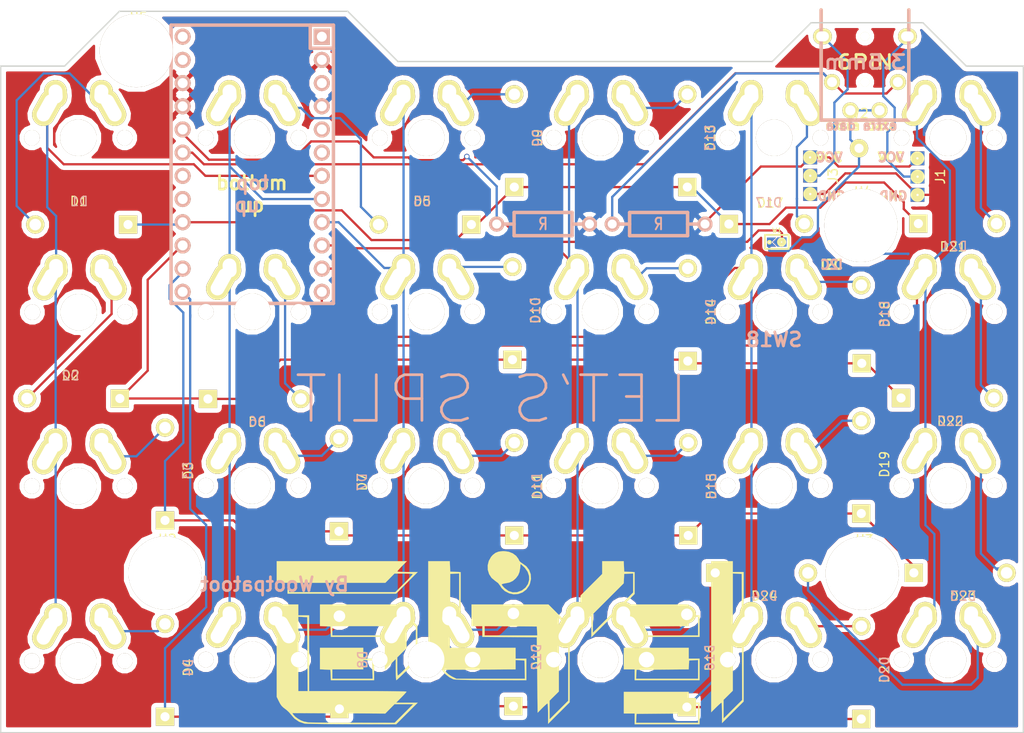
<source format=kicad_pcb>
(kicad_pcb (version 4) (host pcbnew 4.0.6)
  (layers (0 F.Cu signal) (31 B.Cu signal) (34 B.Paste user) (35 F.Paste user) (36 B.SilkS user) (37 F.SilkS user) (38 B.Mask user) (39 F.Mask user) (44 Edge.Cuts user))
  (net 0 "")
  (net 1 "Net-(D1-Pad2)")
  (net 2 row0)
  (net 3 "Net-(D2-Pad2)")
  (net 4 row1)
  (net 5 "Net-(D3-Pad2)")
  (net 6 row2)
  (net 7 "Net-(D4-Pad2)")
  (net 8 row3)
  (net 9 "Net-(D5-Pad2)")
  (net 10 "Net-(D6-Pad2)")
  (net 11 "Net-(D7-Pad2)")
  (net 12 "Net-(D8-Pad2)")
  (net 13 "Net-(D9-Pad2)")
  (net 14 "Net-(D10-Pad2)")
  (net 15 "Net-(D11-Pad2)")
  (net 16 "Net-(D12-Pad2)")
  (net 17 "Net-(D13-Pad2)")
  (net 18 "Net-(D14-Pad2)")
  (net 19 "Net-(D15-Pad2)")
  (net 20 "Net-(D16-Pad2)")
  (net 21 "Net-(D17-Pad2)")
  (net 22 "Net-(D18-Pad2)")
  (net 23 "Net-(D19-Pad2)")
  (net 24 "Net-(D20-Pad2)")
  (net 25 "Net-(D21-Pad2)")
  (net 26 "Net-(D22-Pad2)")
  (net 27 "Net-(D23-Pad2)")
  (net 28 "Net-(D24-Pad2)")
  (net 29 GND)
  (net 30 "Net-(J1-Pad2)")
  (net 31 VCC)
  (net 32 data)
  (net 33 xtradata)
  (net 34 "Net-(J2-Pad4)")
  (net 35 "Net-(R1-Pad2)")
  (net 36 col0)
  (net 37 col1)
  (net 38 col2)
  (net 39 col3)
  (net 40 col4)
  (net 41 col5)
  (net 42 "Net-(U1-Pad1)")
  (net 43 "Net-(U1-Pad3)")
  (net 44 "Net-(U1-Pad5)")
  (net 45 "Net-(U1-Pad6)")
  (net 46 "Net-(U1-Pad22)")
  (net 47 "Net-(U1-Pad23)")
  (net 48 "Net-(U1-Pad28)")
  (net 49 "Net-(U1-Pad29)")
  (module flipalps:MXALPS_FLIP (layer F.Cu) (at 121.7 65.9)
    (fp_text reference SW18 (at 0 3.048) (layer B.SilkS) (effects (font (thickness 0.3048)) (justify mirror)))
    (fp_text value SW_PUSH hide)
    (pad 1 thru_hole oval (at -2.48 -4.79 3.9) (size 2.5 3.08) (drill oval 1.5 2.08) (layers *.Cu *.Mask F.SilkS) (net 40 col4))
    (pad 2 thru_hole oval (at 3.595 -3.27 29) (size 2.5 4.17) (drill oval 1.5 3.17) (layers *.Cu *.Mask F.SilkS) (net 22 "Net-(D18-Pad2)"))
    (pad "" np_thru_hole circle (at 0 0) (size 3.98781 3.98781) (drill 3.9878) (layers *.Cu *.Mask F.SilkS) (clearance 0.1524))
    (pad "" np_thru_hole circle (at -5.08 0) (size 1.70181 1.70181) (drill 1.7018) (layers *.Cu *.Mask F.SilkS) (clearance 0.1524))
    (pad "" np_thru_hole circle (at 5.08 0) (size 1.70181 1.70181) (drill 1.7018) (layers *.Cu *.Mask F.SilkS) (clearance 0.1524))
    (pad 1 thru_hole oval (at -3.405 -3.27 330.95) (size 2.5 4.17) (drill oval 1.5 3.17) (layers *.Cu *.Mask F.SilkS) (net 40 col4))
    (pad 2 thru_hole oval (at 2.52 -4.79 356.1) (size 2.5 3.08) (drill oval 1.5 2.08) (layers *.Cu *.Mask F.SilkS) (net 22 "Net-(D18-Pad2)"))
  )
  (module Diodes_ThroughHole:Diode_DO-41_SOD81_Horizontal_RM10 (layer F.Cu) (at 131.25 110.5 90)
    (fp_text reference D20 (at 5.38734 2.53746 90) (layer F.SilkS))
    (fp_text value D)
    (fp_text user D20 (at 5.41 2.54 90) (layer B.SilkS) (effects (justify mirror)))
    (pad 2 thru_hole circle (at 10.16 -0.00254 270) (size 1.99898 1.99898) (drill 1.27) (layers *.Cu *.Mask F.SilkS) (net 24 "Net-(D20-Pad2)"))
    (pad 1 thru_hole rect (at 0 -0.00254 270) (size 1.99898 1.99898) (drill 1.00076) (layers *.Cu *.Mask F.SilkS) (net 8 row3))
  )
  (module Diodes_ThroughHole:Diode_DO-41_SOD81_Horizontal_RM10 (layer F.Cu) (at 74.1 109.4 90)
    (fp_text reference D8 (at 5.38734 2.53746 90) (layer F.SilkS))
    (fp_text value D)
    (fp_text user D8 (at 5.4 2.53 90) (layer B.SilkS) (effects (justify mirror)))
    (pad 2 thru_hole circle (at 10.16 -0.00254 270) (size 1.99898 1.99898) (drill 1.27) (layers *.Cu *.Mask F.SilkS) (net 12 "Net-(D8-Pad2)"))
    (pad 1 thru_hole rect (at 0 -0.00254 270) (size 1.99898 1.99898) (drill 1.00076) (layers *.Cu *.Mask F.SilkS) (net 8 row3))
  )
  (module Diodes_ThroughHole:Diode_DO-41_SOD81_Horizontal_RM10 (layer F.Cu) (at 93.15 109.1 90)
    (fp_text reference D12 (at 5.38734 2.53746 90) (layer F.SilkS))
    (fp_text value D)
    (fp_text user D12 (at 5.39 2.52 90) (layer B.SilkS) (effects (justify mirror)))
    (pad 2 thru_hole circle (at 10.16 -0.00254 270) (size 1.99898 1.99898) (drill 1.27) (layers *.Cu *.Mask F.SilkS) (net 16 "Net-(D12-Pad2)"))
    (pad 1 thru_hole rect (at 0 -0.00254 270) (size 1.99898 1.99898) (drill 1.00076) (layers *.Cu *.Mask F.SilkS) (net 8 row3))
  )
  (module Diodes_ThroughHole:Diode_DO-41_SOD81_Horizontal_RM10 (layer F.Cu) (at 112.15 109.2 90)
    (fp_text reference D16 (at 5.38734 2.53746 90) (layer F.SilkS))
    (fp_text value D)
    (fp_text user D16 (at 5.41 2.51 90) (layer B.SilkS) (effects (justify mirror)))
    (pad 2 thru_hole circle (at 10.16 -0.00254 270) (size 1.99898 1.99898) (drill 1.27) (layers *.Cu *.Mask F.SilkS) (net 20 "Net-(D16-Pad2)"))
    (pad 1 thru_hole rect (at 0 -0.00254 270) (size 1.99898 1.99898) (drill 1.00076) (layers *.Cu *.Mask F.SilkS) (net 8 row3))
  )
  (module Diodes_ThroughHole:Diode_DO-41_SOD81_Horizontal_RM10 (layer F.Cu) (at 115.25 94.5)
    (fp_text reference D24 (at 5.38734 2.53746) (layer F.SilkS))
    (fp_text value D)
    (fp_text user D24 (at 5.39 2.53) (layer B.SilkS) (effects (justify mirror)))
    (pad 2 thru_hole circle (at 10.16 -0.00254 180) (size 1.99898 1.99898) (drill 1.27) (layers *.Cu *.Mask F.SilkS) (net 28 "Net-(D24-Pad2)"))
    (pad 1 thru_hole rect (at 0 -0.00254 180) (size 1.99898 1.99898) (drill 1.00076) (layers *.Cu *.Mask F.SilkS) (net 8 row3))
  )
  (module Diodes_ThroughHole:Diode_DO-41_SOD81_Horizontal_RM10 (layer F.Cu) (at 135.6 75.35)
    (fp_text reference D22 (at 5.38734 2.53746) (layer F.SilkS))
    (fp_text value D)
    (fp_text user D22 (at 5.43 2.54) (layer B.SilkS) (effects (justify mirror)))
    (pad 2 thru_hole circle (at 10.16 -0.00254 180) (size 1.99898 1.99898) (drill 1.27) (layers *.Cu *.Mask F.SilkS) (net 26 "Net-(D22-Pad2)"))
    (pad 1 thru_hole rect (at 0 -0.00254 180) (size 1.99898 1.99898) (drill 1.00076) (layers *.Cu *.Mask F.SilkS) (net 4 row1))
  )
  (module Diodes_ThroughHole:Diode_DO-41_SOD81_Horizontal_RM10 (layer F.Cu) (at 137 94.5)
    (fp_text reference D23 (at 5.38734 2.53746) (layer F.SilkS))
    (fp_text value D)
    (fp_text user D23 (at 5.4 2.54) (layer B.SilkS) (effects (justify mirror)))
    (pad 2 thru_hole circle (at 10.16 -0.00254 180) (size 1.99898 1.99898) (drill 1.27) (layers *.Cu *.Mask F.SilkS) (net 27 "Net-(D23-Pad2)"))
    (pad 1 thru_hole rect (at 0 -0.00254 180) (size 1.99898 1.99898) (drill 1.00076) (layers *.Cu *.Mask F.SilkS) (net 6 row2))
  )
  (module Diodes_ThroughHole:Diode_DO-41_SOD81_Horizontal_RM10 (layer F.Cu) (at 112.3 90.4 90)
    (fp_text reference D15 (at 5.38734 2.53746 90) (layer F.SilkS))
    (fp_text value D)
    (fp_text user D15 (at 5.4 2.53 90) (layer B.SilkS) (effects (justify mirror)))
    (pad 2 thru_hole circle (at 10.16 -0.00254 270) (size 1.99898 1.99898) (drill 1.27) (layers *.Cu *.Mask F.SilkS) (net 19 "Net-(D15-Pad2)"))
    (pad 1 thru_hole rect (at 0 -0.00254 270) (size 1.99898 1.99898) (drill 1.00076) (layers *.Cu *.Mask F.SilkS) (net 6 row2))
  )
  (module Diodes_ThroughHole:Diode_DO-41_SOD81_Horizontal_RM10 (layer F.Cu) (at 93.25 90.4 90)
    (fp_text reference D11 (at 5.38734 2.53746 90) (layer F.SilkS))
    (fp_text value D)
    (fp_text user D11 (at 5.34 2.47 90) (layer B.SilkS) (effects (justify mirror)))
    (pad 2 thru_hole circle (at 10.16 -0.00254 270) (size 1.99898 1.99898) (drill 1.27) (layers *.Cu *.Mask F.SilkS) (net 15 "Net-(D11-Pad2)"))
    (pad 1 thru_hole rect (at 0 -0.00254 270) (size 1.99898 1.99898) (drill 1.00076) (layers *.Cu *.Mask F.SilkS) (net 6 row2))
  )
  (module Diodes_ThroughHole:Diode_DO-41_SOD81_Horizontal_RM10 (layer F.Cu) (at 74.05 89.95 90)
    (fp_text reference D7 (at 5.38734 2.53746 90) (layer F.SilkS))
    (fp_text value D)
    (fp_text user D7 (at 5.4 2.53 90) (layer B.SilkS) (effects (justify mirror)))
    (pad 2 thru_hole circle (at 10.16 -0.00254 270) (size 1.99898 1.99898) (drill 1.27) (layers *.Cu *.Mask F.SilkS) (net 11 "Net-(D7-Pad2)"))
    (pad 1 thru_hole rect (at 0 -0.00254 270) (size 1.99898 1.99898) (drill 1.00076) (layers *.Cu *.Mask F.SilkS) (net 6 row2))
  )
  (module Diodes_ThroughHole:Diode_DO-41_SOD81_Horizontal_RM10 (layer F.Cu) (at 50.05 75.4 180)
    (fp_text reference D2 (at 5.38734 2.53746 180) (layer F.SilkS))
    (fp_text value D)
    (fp_text user D2 (at 5.41 2.48 180) (layer B.SilkS) (effects (justify mirror)))
    (pad 2 thru_hole circle (at 10.16 -0.00254) (size 1.99898 1.99898) (drill 1.27) (layers *.Cu *.Mask F.SilkS) (net 3 "Net-(D2-Pad2)"))
    (pad 1 thru_hole rect (at 0 -0.00254) (size 1.99898 1.99898) (drill 1.00076) (layers *.Cu *.Mask F.SilkS) (net 4 row1))
  )
  (module Diodes_ThroughHole:Diode_DO-41_SOD81_Horizontal_RM10 (layer F.Cu) (at 55 110.25 90)
    (fp_text reference D4 (at 5.38734 2.53746 90) (layer F.SilkS))
    (fp_text value D)
    (fp_text user D4 (at 5.38 2.54 90) (layer B.SilkS) (effects (justify mirror)))
    (pad 2 thru_hole circle (at 10.16 -0.00254 270) (size 1.99898 1.99898) (drill 1.27) (layers *.Cu *.Mask F.SilkS) (net 7 "Net-(D4-Pad2)"))
    (pad 1 thru_hole rect (at 0 -0.00254 270) (size 1.99898 1.99898) (drill 1.00076) (layers *.Cu *.Mask F.SilkS) (net 8 row3))
  )
  (module Diodes_ThroughHole:Diode_DO-41_SOD81_Horizontal_RM10 (layer F.Cu) (at 59.7 75.45)
    (fp_text reference D6 (at 5.38734 2.53746) (layer F.SilkS))
    (fp_text value D)
    (fp_text user D6 (at 5.42 2.47) (layer B.SilkS) (effects (justify mirror)))
    (pad 2 thru_hole circle (at 10.16 -0.00254 180) (size 1.99898 1.99898) (drill 1.27) (layers *.Cu *.Mask F.SilkS) (net 10 "Net-(D6-Pad2)"))
    (pad 1 thru_hole rect (at 0 -0.00254 180) (size 1.99898 1.99898) (drill 1.00076) (layers *.Cu *.Mask F.SilkS) (net 4 row1))
  )
  (module Diodes_ThroughHole:Diode_DO-41_SOD81_Horizontal_RM10 (layer F.Cu) (at 93.05 71.15 90)
    (fp_text reference D10 (at 5.38734 2.53746 90) (layer F.SilkS))
    (fp_text value D)
    (fp_text user D10 (at 5.4 2.5 90) (layer B.SilkS) (effects (justify mirror)))
    (pad 2 thru_hole circle (at 10.16 -0.00254 270) (size 1.99898 1.99898) (drill 1.27) (layers *.Cu *.Mask F.SilkS) (net 14 "Net-(D10-Pad2)"))
    (pad 1 thru_hole rect (at 0 -0.00254 270) (size 1.99898 1.99898) (drill 1.00076) (layers *.Cu *.Mask F.SilkS) (net 4 row1))
  )
  (module Diodes_ThroughHole:Diode_DO-41_SOD81_Horizontal_RM10 (layer F.Cu) (at 112.25 71.3 90)
    (fp_text reference D14 (at 5.38734 2.53746 90) (layer F.SilkS))
    (fp_text value D)
    (fp_text user D14 (at 5.38 2.51 90) (layer B.SilkS) (effects (justify mirror)))
    (pad 2 thru_hole circle (at 10.16 -0.00254 270) (size 1.99898 1.99898) (drill 1.27) (layers *.Cu *.Mask F.SilkS) (net 18 "Net-(D14-Pad2)"))
    (pad 1 thru_hole rect (at 0 -0.00254 270) (size 1.99898 1.99898) (drill 1.00076) (layers *.Cu *.Mask F.SilkS) (net 4 row1))
  )
  (module Diodes_ThroughHole:Diode_DO-41_SOD81_Horizontal_RM10 (layer F.Cu) (at 131.3 71.55 90)
    (fp_text reference D18 (at 5.38734 2.53746 90) (layer F.SilkS))
    (fp_text value D)
    (fp_text user D18 (at 5.44 2.48 90) (layer B.SilkS) (effects (justify mirror)))
    (pad 2 thru_hole circle (at 8.55 -0.05 270) (size 1.99898 1.99898) (drill 1.27) (layers *.Cu *.Mask F.SilkS) (net 22 "Net-(D18-Pad2)"))
    (pad 1 thru_hole rect (at 0 -0.00254 270) (size 1.99898 1.99898) (drill 1.00076) (layers *.Cu *.Mask F.SilkS) (net 4 row1))
  )
  (module Diodes_ThroughHole:Diode_DO-41_SOD81_Horizontal_RM10 (layer F.Cu) (at 135.9 56.25)
    (fp_text reference D21 (at 5.38734 2.53746) (layer F.SilkS))
    (fp_text value D)
    (fp_text user D21 (at 5.51 2.49) (layer B.SilkS) (effects (justify mirror)))
    (pad 2 thru_hole circle (at 10.16 -0.00254 180) (size 1.99898 1.99898) (drill 1.27) (layers *.Cu *.Mask F.SilkS) (net 25 "Net-(D21-Pad2)"))
    (pad 1 thru_hole rect (at 1.6 0 180) (size 1.99898 1.99898) (drill 1.00076) (layers *.Cu *.Mask F.SilkS) (net 2 row0))
  )
  (module Diodes_ThroughHole:Diode_DO-41_SOD81_Horizontal_RM10 (layer F.Cu) (at 116.75 56.3)
    (fp_text reference D17 (at 4.5 -2.3) (layer F.SilkS))
    (fp_text value D)
    (fp_text user D17 (at 4.37 -2.35) (layer B.SilkS) (effects (justify mirror)))
    (pad 2 thru_hole circle (at 8.25 -0.05 180) (size 1.99898 1.99898) (drill 1.27) (layers *.Cu *.Mask F.SilkS) (net 21 "Net-(D17-Pad2)"))
    (pad 1 thru_hole rect (at 0 -0.00254 180) (size 1.99898 1.99898) (drill 1.00076) (layers *.Cu *.Mask F.SilkS) (net 2 row0))
  )
  (module Diodes_ThroughHole:Diode_DO-41_SOD81_Horizontal_RM10 (layer F.Cu) (at 112.2 52.25 90)
    (fp_text reference D13 (at 5.38734 2.53746 90) (layer F.SilkS))
    (fp_text value D)
    (fp_text user D13 (at 5.39 2.46 90) (layer B.SilkS) (effects (justify mirror)))
    (pad 2 thru_hole circle (at 10.16 -0.00254 270) (size 1.99898 1.99898) (drill 1.27) (layers *.Cu *.Mask F.SilkS) (net 17 "Net-(D13-Pad2)"))
    (pad 1 thru_hole rect (at 0 -0.00254 270) (size 1.99898 1.99898) (drill 1.00076) (layers *.Cu *.Mask F.SilkS) (net 2 row0))
  )
  (module Diodes_ThroughHole:Diode_DO-41_SOD81_Horizontal_RM10 (layer F.Cu) (at 93.25 52.25 90)
    (fp_text reference D9 (at 5.38734 2.53746 90) (layer F.SilkS))
    (fp_text value D)
    (fp_text user D9 (at 5.39 2.54 90) (layer B.SilkS) (effects (justify mirror)))
    (pad 2 thru_hole circle (at 10.16 -0.00254 270) (size 1.99898 1.99898) (drill 1.27) (layers *.Cu *.Mask F.SilkS) (net 13 "Net-(D9-Pad2)"))
    (pad 1 thru_hole rect (at 0 -0.00254 270) (size 1.99898 1.99898) (drill 1.00076) (layers *.Cu *.Mask F.SilkS) (net 2 row0))
  )
  (module Diodes_ThroughHole:Diode_DO-41_SOD81_Horizontal_RM10 (layer F.Cu) (at 88.55 56.35 180)
    (fp_text reference D5 (at 5.38734 2.53746 180) (layer F.SilkS))
    (fp_text value D)
    (fp_text user D5 (at 5.4 2.53 180) (layer B.SilkS) (effects (justify mirror)))
    (pad 2 thru_hole circle (at 10.16 -0.00254) (size 1.99898 1.99898) (drill 1.27) (layers *.Cu *.Mask F.SilkS) (net 9 "Net-(D5-Pad2)"))
    (pad 1 thru_hole rect (at 0 -0.00254) (size 1.99898 1.99898) (drill 1.00076) (layers *.Cu *.Mask F.SilkS) (net 2 row0))
  )
  (module Diodes_ThroughHole:Diode_DO-41_SOD81_Horizontal_RM10 (layer F.Cu) (at 50.95 56.35 180)
    (fp_text reference D1 (at 5.38734 2.53746 180) (layer F.SilkS))
    (fp_text value D)
    (fp_text user D1 (at 5.35 2.54 180) (layer B.SilkS) (effects (justify mirror)))
    (pad 2 thru_hole circle (at 10.16 -0.00254) (size 1.99898 1.99898) (drill 1.27) (layers *.Cu *.Mask F.SilkS) (net 1 "Net-(D1-Pad2)"))
    (pad 1 thru_hole rect (at 0 -0.00254) (size 1.99898 1.99898) (drill 1.00076) (layers *.Cu *.Mask F.SilkS) (net 2 row0))
  )
  (module Diodes_ThroughHole:Diode_DO-41_SOD81_Horizontal_RM10 (layer F.Cu) (at 55 88.75 90)
    (fp_text reference D3 (at 5.44 2.55 90) (layer F.SilkS))
    (fp_text value D)
    (fp_text user D3 (at 5.45 2.47 90) (layer B.SilkS) (effects (justify mirror)))
    (pad 2 thru_hole circle (at 10.16 -0.00254 270) (size 1.99898 1.99898) (drill 1.27) (layers *.Cu *.Mask F.SilkS) (net 5 "Net-(D3-Pad2)"))
    (pad 1 thru_hole rect (at 0 -0.00254 270) (size 1.99898 1.99898) (drill 1.00076) (layers *.Cu *.Mask F.SilkS) (net 6 row2))
  )
  (module Diodes_ThroughHole:Diode_DO-41_SOD81_Horizontal_RM10 (layer F.Cu) (at 131.25 88 90)
    (fp_text reference D19 (at 5.38734 2.53746 90) (layer F.SilkS))
    (fp_text value D)
    (pad 2 thru_hole circle (at 10.16 -0.00254 270) (size 1.99898 1.99898) (drill 1.27) (layers *.Cu *.Mask F.SilkS) (net 23 "Net-(D19-Pad2)"))
    (pad 1 thru_hole rect (at 0 -0.00254 270) (size 1.99898 1.99898) (drill 1.00076) (layers *.Cu *.Mask F.SilkS) (net 6 row2))
  )
  (module footprint:4pin35mmAudio (layer F.Cu) (at 131.65 32.85 270)
    (fp_text reference J2 hide)
    (fp_text value 6PIN (at 5.715 0 360) (layer F.SilkS) (effects (font (size 1.524 1.778) (thickness 0.3048))))
    (fp_text user 3.5mm (at 5.715 0 360) (layer B.SilkS) (effects (font (size 1.524 1.778) (thickness 0.3048)) (justify mirror)))
    (pad 1 thru_hole oval (at 2.8956 -4.6482 270) (size 1.7526 2.0574) (drill oval 1.0922 1.397) (layers *.Cu *.Mask F.SilkS) (net 30 "Net-(J1-Pad2)"))
    (pad 2 thru_hole circle (at 7.8994 3.6068 270) (size 1.7526 1.7526) (drill 1.0922) (layers *.Cu *.Mask F.SilkS) (net 32 data))
    (pad 3 thru_hole circle (at 10.9982 -1.6002 270) (size 1.7526 1.7526) (drill 1.0922) (layers *.Cu *.Mask F.SilkS) (net 33 xtradata))
    (pad 4 thru_hole oval (at 2.8956 4.6482 270) (size 1.7526 2.0574) (drill oval 1.0922 1.397) (layers *.Cu *.Mask F.SilkS) (net 34 "Net-(J2-Pad4)"))
    (pad 5 thru_hole circle (at 10.9982 1.6002 270) (size 1.7526 1.7526) (drill 1.0922) (layers *.Cu *.Mask F.SilkS) (net 33 xtradata))
    (pad 6 thru_hole circle (at 7.8994 -3.6068 270) (size 1.7526 1.7526) (drill 1.0922) (layers *.Cu *.Mask F.SilkS) (net 32 data))
    (pad HOLE np_thru_hole circle (at 2.8956 0 270) (size 0.9906 0.9906) (drill 0.9906) (layers *.Cu *.Mask F.SilkS))
    (pad HOLE np_thru_hole circle (at 7.8994 0 270) (size 0.9906 0.9906) (drill 0.9906) (layers *.Cu *.Mask F.SilkS))
  )
  (module footprint:RESISTOR (layer B.Cu) (at 96.4 56.3 180)
    (fp_text reference R1 hide)
    (fp_text value R (at 0 0 360) (layer B.SilkS) (effects (font (size 1.27 1.016) (thickness 0.2032)) (justify mirror)))
    (pad 1 thru_hole circle (at -5.08 0 180) (size 1.651 1.651) (drill 0.9906) (layers *.Cu *.SilkS *.Mask) (net 31 VCC))
    (pad 2 thru_hole circle (at 5.08 0 180) (size 1.651 1.651) (drill 0.9906) (layers *.Cu *.SilkS *.Mask) (net 35 "Net-(R1-Pad2)"))
  )
  (module footprint:RESISTOR (layer B.Cu) (at 109.05 56.3)
    (fp_text reference R2 hide)
    (fp_text value R (at 0 0) (layer B.SilkS) (effects (font (size 1.27 1.016) (thickness 0.2032)) (justify mirror)))
    (pad 1 thru_hole circle (at -5.08 0) (size 1.651 1.651) (drill 0.9906) (layers *.Cu *.SilkS *.Mask) (net 32 data))
    (pad 2 thru_hole circle (at 5.08 0) (size 1.651 1.651) (drill 0.9906) (layers *.Cu *.SilkS *.Mask) (net 31 VCC))
  )
  (module flipalps:MXALPS_FLIP (layer F.Cu) (at 45.5 46.85)
    (fp_text reference SW1 hide)
    (fp_text value SW_PUSH hide)
    (pad 1 thru_hole oval (at -2.48 -4.79 3.9) (size 2.5 3.08) (drill oval 1.5 2.08) (layers *.Cu *.Mask F.SilkS) (net 36 col0))
    (pad 2 thru_hole oval (at 3.595 -3.27 29) (size 2.5 4.17) (drill oval 1.5 3.17) (layers *.Cu *.Mask F.SilkS) (net 1 "Net-(D1-Pad2)"))
    (pad "" np_thru_hole circle (at 0 0) (size 3.98781 3.98781) (drill 3.9878) (layers *.Cu *.Mask F.SilkS) (clearance 0.1524))
    (pad "" np_thru_hole circle (at -5.08 0) (size 1.70181 1.70181) (drill 1.7018) (layers *.Cu *.Mask F.SilkS) (clearance 0.1524))
    (pad "" np_thru_hole circle (at 5.08 0) (size 1.70181 1.70181) (drill 1.7018) (layers *.Cu *.Mask F.SilkS) (clearance 0.1524))
    (pad 1 thru_hole oval (at -3.405 -3.27 330.95) (size 2.5 4.17) (drill oval 1.5 3.17) (layers *.Cu *.Mask F.SilkS) (net 36 col0))
    (pad 2 thru_hole oval (at 2.52 -4.79 356.1) (size 2.5 3.08) (drill oval 1.5 2.08) (layers *.Cu *.Mask F.SilkS) (net 1 "Net-(D1-Pad2)"))
  )
  (module flipalps:MXALPS_FLIP (layer F.Cu) (at 45.55 65.95)
    (fp_text reference SW2 hide)
    (fp_text value SW_PUSH hide)
    (pad 1 thru_hole oval (at -2.48 -4.79 3.9) (size 2.5 3.08) (drill oval 1.5 2.08) (layers *.Cu *.Mask F.SilkS) (net 36 col0))
    (pad 2 thru_hole oval (at 3.595 -3.27 29) (size 2.5 4.17) (drill oval 1.5 3.17) (layers *.Cu *.Mask F.SilkS) (net 3 "Net-(D2-Pad2)"))
    (pad "" np_thru_hole circle (at 0 0) (size 3.98781 3.98781) (drill 3.9878) (layers *.Cu *.Mask F.SilkS) (clearance 0.1524))
    (pad "" np_thru_hole circle (at -5.08 0) (size 1.70181 1.70181) (drill 1.7018) (layers *.Cu *.Mask F.SilkS) (clearance 0.1524))
    (pad "" np_thru_hole circle (at 5.08 0) (size 1.70181 1.70181) (drill 1.7018) (layers *.Cu *.Mask F.SilkS) (clearance 0.1524))
    (pad 1 thru_hole oval (at -3.405 -3.27 330.95) (size 2.5 4.17) (drill oval 1.5 3.17) (layers *.Cu *.Mask F.SilkS) (net 36 col0))
    (pad 2 thru_hole oval (at 2.52 -4.79 356.1) (size 2.5 3.08) (drill oval 1.5 2.08) (layers *.Cu *.Mask F.SilkS) (net 3 "Net-(D2-Pad2)"))
  )
  (module flipalps:MXALPS_FLIP (layer F.Cu) (at 45.5 85)
    (fp_text reference SW3 hide)
    (fp_text value SW_PUSH hide)
    (pad 1 thru_hole oval (at -2.48 -4.79 3.9) (size 2.5 3.08) (drill oval 1.5 2.08) (layers *.Cu *.Mask F.SilkS) (net 36 col0))
    (pad 2 thru_hole oval (at 3.595 -3.27 29) (size 2.5 4.17) (drill oval 1.5 3.17) (layers *.Cu *.Mask F.SilkS) (net 5 "Net-(D3-Pad2)"))
    (pad "" np_thru_hole circle (at 0 0) (size 3.98781 3.98781) (drill 3.9878) (layers *.Cu *.Mask F.SilkS) (clearance 0.1524))
    (pad "" np_thru_hole circle (at -5.08 0) (size 1.70181 1.70181) (drill 1.7018) (layers *.Cu *.Mask F.SilkS) (clearance 0.1524))
    (pad "" np_thru_hole circle (at 5.08 0) (size 1.70181 1.70181) (drill 1.7018) (layers *.Cu *.Mask F.SilkS) (clearance 0.1524))
    (pad 1 thru_hole oval (at -3.405 -3.27 330.95) (size 2.5 4.17) (drill oval 1.5 3.17) (layers *.Cu *.Mask F.SilkS) (net 36 col0))
    (pad 2 thru_hole oval (at 2.52 -4.79 356.1) (size 2.5 3.08) (drill oval 1.5 2.08) (layers *.Cu *.Mask F.SilkS) (net 5 "Net-(D3-Pad2)"))
  )
  (module flipalps:MXALPS_FLIP (layer F.Cu) (at 45.5 104.15)
    (fp_text reference SW4 hide)
    (fp_text value SW_PUSH hide)
    (pad 1 thru_hole oval (at -2.48 -4.79 3.9) (size 2.5 3.08) (drill oval 1.5 2.08) (layers *.Cu *.Mask F.SilkS) (net 36 col0))
    (pad 2 thru_hole oval (at 3.595 -3.27 29) (size 2.5 4.17) (drill oval 1.5 3.17) (layers *.Cu *.Mask F.SilkS) (net 7 "Net-(D4-Pad2)"))
    (pad "" np_thru_hole circle (at 0 0) (size 3.98781 3.98781) (drill 3.9878) (layers *.Cu *.Mask F.SilkS) (clearance 0.1524))
    (pad "" np_thru_hole circle (at -5.08 0) (size 1.70181 1.70181) (drill 1.7018) (layers *.Cu *.Mask F.SilkS) (clearance 0.1524))
    (pad "" np_thru_hole circle (at 5.08 0) (size 1.70181 1.70181) (drill 1.7018) (layers *.Cu *.Mask F.SilkS) (clearance 0.1524))
    (pad 1 thru_hole oval (at -3.405 -3.27 330.95) (size 2.5 4.17) (drill oval 1.5 3.17) (layers *.Cu *.Mask F.SilkS) (net 36 col0))
    (pad 2 thru_hole oval (at 2.52 -4.79 356.1) (size 2.5 3.08) (drill oval 1.5 2.08) (layers *.Cu *.Mask F.SilkS) (net 7 "Net-(D4-Pad2)"))
  )
  (module flipalps:MXALPS_FLIP (layer F.Cu) (at 64.55 46.85)
    (fp_text reference SW5 hide)
    (fp_text value SW_PUSH hide)
    (pad 1 thru_hole oval (at -2.48 -4.79 3.9) (size 2.5 3.08) (drill oval 1.5 2.08) (layers *.Cu *.Mask F.SilkS) (net 37 col1))
    (pad 2 thru_hole oval (at 3.595 -3.27 29) (size 2.5 4.17) (drill oval 1.5 3.17) (layers *.Cu *.Mask F.SilkS) (net 9 "Net-(D5-Pad2)"))
    (pad "" np_thru_hole circle (at 0 0) (size 3.98781 3.98781) (drill 3.9878) (layers *.Cu *.Mask F.SilkS) (clearance 0.1524))
    (pad "" np_thru_hole circle (at -5.08 0) (size 1.70181 1.70181) (drill 1.7018) (layers *.Cu *.Mask F.SilkS) (clearance 0.1524))
    (pad "" np_thru_hole circle (at 5.08 0) (size 1.70181 1.70181) (drill 1.7018) (layers *.Cu *.Mask F.SilkS) (clearance 0.1524))
    (pad 1 thru_hole oval (at -3.405 -3.27 330.95) (size 2.5 4.17) (drill oval 1.5 3.17) (layers *.Cu *.Mask F.SilkS) (net 37 col1))
    (pad 2 thru_hole oval (at 2.52 -4.79 356.1) (size 2.5 3.08) (drill oval 1.5 2.08) (layers *.Cu *.Mask F.SilkS) (net 9 "Net-(D5-Pad2)"))
  )
  (module flipalps:MXALPS_FLIP (layer F.Cu) (at 64.55 65.9)
    (fp_text reference SW6 hide)
    (fp_text value SW_PUSH hide)
    (pad 1 thru_hole oval (at -2.48 -4.79 3.9) (size 2.5 3.08) (drill oval 1.5 2.08) (layers *.Cu *.Mask F.SilkS) (net 37 col1))
    (pad 2 thru_hole oval (at 3.595 -3.27 29) (size 2.5 4.17) (drill oval 1.5 3.17) (layers *.Cu *.Mask F.SilkS) (net 10 "Net-(D6-Pad2)"))
    (pad "" np_thru_hole circle (at 0 0) (size 3.98781 3.98781) (drill 3.9878) (layers *.Cu *.Mask F.SilkS) (clearance 0.1524))
    (pad "" np_thru_hole circle (at -5.08 0) (size 1.70181 1.70181) (drill 1.7018) (layers *.Cu *.Mask F.SilkS) (clearance 0.1524))
    (pad "" np_thru_hole circle (at 5.08 0) (size 1.70181 1.70181) (drill 1.7018) (layers *.Cu *.Mask F.SilkS) (clearance 0.1524))
    (pad 1 thru_hole oval (at -3.405 -3.27 330.95) (size 2.5 4.17) (drill oval 1.5 3.17) (layers *.Cu *.Mask F.SilkS) (net 37 col1))
    (pad 2 thru_hole oval (at 2.52 -4.79 356.1) (size 2.5 3.08) (drill oval 1.5 2.08) (layers *.Cu *.Mask F.SilkS) (net 10 "Net-(D6-Pad2)"))
  )
  (module flipalps:MXALPS_FLIP (layer F.Cu) (at 64.55 84.95)
    (fp_text reference SW7 hide)
    (fp_text value SW_PUSH hide)
    (pad 1 thru_hole oval (at -2.48 -4.79 3.9) (size 2.5 3.08) (drill oval 1.5 2.08) (layers *.Cu *.Mask F.SilkS) (net 37 col1))
    (pad 2 thru_hole oval (at 3.595 -3.27 29) (size 2.5 4.17) (drill oval 1.5 3.17) (layers *.Cu *.Mask F.SilkS) (net 11 "Net-(D7-Pad2)"))
    (pad "" np_thru_hole circle (at 0 0) (size 3.98781 3.98781) (drill 3.9878) (layers *.Cu *.Mask F.SilkS) (clearance 0.1524))
    (pad "" np_thru_hole circle (at -5.08 0) (size 1.70181 1.70181) (drill 1.7018) (layers *.Cu *.Mask F.SilkS) (clearance 0.1524))
    (pad "" np_thru_hole circle (at 5.08 0) (size 1.70181 1.70181) (drill 1.7018) (layers *.Cu *.Mask F.SilkS) (clearance 0.1524))
    (pad 1 thru_hole oval (at -3.405 -3.27 330.95) (size 2.5 4.17) (drill oval 1.5 3.17) (layers *.Cu *.Mask F.SilkS) (net 37 col1))
    (pad 2 thru_hole oval (at 2.52 -4.79 356.1) (size 2.5 3.08) (drill oval 1.5 2.08) (layers *.Cu *.Mask F.SilkS) (net 11 "Net-(D7-Pad2)"))
  )
  (module flipalps:MXALPS_FLIP (layer F.Cu) (at 64.55 104)
    (fp_text reference SW8 hide)
    (fp_text value SW_PUSH hide)
    (pad 1 thru_hole oval (at -2.48 -4.79 3.9) (size 2.5 3.08) (drill oval 1.5 2.08) (layers *.Cu *.Mask F.SilkS) (net 37 col1))
    (pad 2 thru_hole oval (at 3.595 -3.27 29) (size 2.5 4.17) (drill oval 1.5 3.17) (layers *.Cu *.Mask F.SilkS) (net 12 "Net-(D8-Pad2)"))
    (pad "" np_thru_hole circle (at 0 0) (size 3.98781 3.98781) (drill 3.9878) (layers *.Cu *.Mask F.SilkS) (clearance 0.1524))
    (pad "" np_thru_hole circle (at -5.08 0) (size 1.70181 1.70181) (drill 1.7018) (layers *.Cu *.Mask F.SilkS) (clearance 0.1524))
    (pad "" np_thru_hole circle (at 5.08 0) (size 1.70181 1.70181) (drill 1.7018) (layers *.Cu *.Mask F.SilkS) (clearance 0.1524))
    (pad 1 thru_hole oval (at -3.405 -3.27 330.95) (size 2.5 4.17) (drill oval 1.5 3.17) (layers *.Cu *.Mask F.SilkS) (net 37 col1))
    (pad 2 thru_hole oval (at 2.52 -4.79 356.1) (size 2.5 3.08) (drill oval 1.5 2.08) (layers *.Cu *.Mask F.SilkS) (net 12 "Net-(D8-Pad2)"))
  )
  (module flipalps:MXALPS_FLIP (layer F.Cu) (at 83.6 46.85)
    (fp_text reference SW9 hide)
    (fp_text value SW_PUSH hide)
    (pad 1 thru_hole oval (at -2.48 -4.79 3.9) (size 2.5 3.08) (drill oval 1.5 2.08) (layers *.Cu *.Mask F.SilkS) (net 38 col2))
    (pad 2 thru_hole oval (at 3.595 -3.27 29) (size 2.5 4.17) (drill oval 1.5 3.17) (layers *.Cu *.Mask F.SilkS) (net 13 "Net-(D9-Pad2)"))
    (pad "" np_thru_hole circle (at 0 0) (size 3.98781 3.98781) (drill 3.9878) (layers *.Cu *.Mask F.SilkS) (clearance 0.1524))
    (pad "" np_thru_hole circle (at -5.08 0) (size 1.70181 1.70181) (drill 1.7018) (layers *.Cu *.Mask F.SilkS) (clearance 0.1524))
    (pad "" np_thru_hole circle (at 5.08 0) (size 1.70181 1.70181) (drill 1.7018) (layers *.Cu *.Mask F.SilkS) (clearance 0.1524))
    (pad 1 thru_hole oval (at -3.405 -3.27 330.95) (size 2.5 4.17) (drill oval 1.5 3.17) (layers *.Cu *.Mask F.SilkS) (net 38 col2))
    (pad 2 thru_hole oval (at 2.52 -4.79 356.1) (size 2.5 3.08) (drill oval 1.5 2.08) (layers *.Cu *.Mask F.SilkS) (net 13 "Net-(D9-Pad2)"))
  )
  (module flipalps:MXALPS_FLIP (layer F.Cu) (at 83.6 65.9)
    (fp_text reference SW10 hide)
    (fp_text value SW_PUSH hide)
    (pad 1 thru_hole oval (at -2.48 -4.79 3.9) (size 2.5 3.08) (drill oval 1.5 2.08) (layers *.Cu *.Mask F.SilkS) (net 38 col2))
    (pad 2 thru_hole oval (at 3.595 -3.27 29) (size 2.5 4.17) (drill oval 1.5 3.17) (layers *.Cu *.Mask F.SilkS) (net 14 "Net-(D10-Pad2)"))
    (pad "" np_thru_hole circle (at 0 0) (size 3.98781 3.98781) (drill 3.9878) (layers *.Cu *.Mask F.SilkS) (clearance 0.1524))
    (pad "" np_thru_hole circle (at -5.08 0) (size 1.70181 1.70181) (drill 1.7018) (layers *.Cu *.Mask F.SilkS) (clearance 0.1524))
    (pad "" np_thru_hole circle (at 5.08 0) (size 1.70181 1.70181) (drill 1.7018) (layers *.Cu *.Mask F.SilkS) (clearance 0.1524))
    (pad 1 thru_hole oval (at -3.405 -3.27 330.95) (size 2.5 4.17) (drill oval 1.5 3.17) (layers *.Cu *.Mask F.SilkS) (net 38 col2))
    (pad 2 thru_hole oval (at 2.52 -4.79 356.1) (size 2.5 3.08) (drill oval 1.5 2.08) (layers *.Cu *.Mask F.SilkS) (net 14 "Net-(D10-Pad2)"))
  )
  (module flipalps:MXALPS_FLIP (layer F.Cu) (at 83.6 84.95)
    (fp_text reference SW11 hide)
    (fp_text value SW_PUSH hide)
    (pad 1 thru_hole oval (at -2.48 -4.79 3.9) (size 2.5 3.08) (drill oval 1.5 2.08) (layers *.Cu *.Mask F.SilkS) (net 38 col2))
    (pad 2 thru_hole oval (at 3.595 -3.27 29) (size 2.5 4.17) (drill oval 1.5 3.17) (layers *.Cu *.Mask F.SilkS) (net 15 "Net-(D11-Pad2)"))
    (pad "" np_thru_hole circle (at 0 0) (size 3.98781 3.98781) (drill 3.9878) (layers *.Cu *.Mask F.SilkS) (clearance 0.1524))
    (pad "" np_thru_hole circle (at -5.08 0) (size 1.70181 1.70181) (drill 1.7018) (layers *.Cu *.Mask F.SilkS) (clearance 0.1524))
    (pad "" np_thru_hole circle (at 5.08 0) (size 1.70181 1.70181) (drill 1.7018) (layers *.Cu *.Mask F.SilkS) (clearance 0.1524))
    (pad 1 thru_hole oval (at -3.405 -3.27 330.95) (size 2.5 4.17) (drill oval 1.5 3.17) (layers *.Cu *.Mask F.SilkS) (net 38 col2))
    (pad 2 thru_hole oval (at 2.52 -4.79 356.1) (size 2.5 3.08) (drill oval 1.5 2.08) (layers *.Cu *.Mask F.SilkS) (net 15 "Net-(D11-Pad2)"))
  )
  (module flipalps:MXALPS_FLIP (layer F.Cu) (at 83.6 104)
    (fp_text reference SW12 hide)
    (fp_text value SW_PUSH hide)
    (pad 1 thru_hole oval (at -2.48 -4.79 3.9) (size 2.5 3.08) (drill oval 1.5 2.08) (layers *.Cu *.Mask F.SilkS) (net 38 col2))
    (pad 2 thru_hole oval (at 3.595 -3.27 29) (size 2.5 4.17) (drill oval 1.5 3.17) (layers *.Cu *.Mask F.SilkS) (net 16 "Net-(D12-Pad2)"))
    (pad "" np_thru_hole circle (at 0 0) (size 3.98781 3.98781) (drill 3.9878) (layers *.Cu *.Mask F.SilkS) (clearance 0.1524))
    (pad "" np_thru_hole circle (at -5.08 0) (size 1.70181 1.70181) (drill 1.7018) (layers *.Cu *.Mask F.SilkS) (clearance 0.1524))
    (pad "" np_thru_hole circle (at 5.08 0) (size 1.70181 1.70181) (drill 1.7018) (layers *.Cu *.Mask F.SilkS) (clearance 0.1524))
    (pad 1 thru_hole oval (at -3.405 -3.27 330.95) (size 2.5 4.17) (drill oval 1.5 3.17) (layers *.Cu *.Mask F.SilkS) (net 38 col2))
    (pad 2 thru_hole oval (at 2.52 -4.79 356.1) (size 2.5 3.08) (drill oval 1.5 2.08) (layers *.Cu *.Mask F.SilkS) (net 16 "Net-(D12-Pad2)"))
  )
  (module flipalps:MXALPS_FLIP (layer F.Cu) (at 102.65 46.85)
    (fp_text reference SW13 hide)
    (fp_text value SW_PUSH hide)
    (pad 1 thru_hole oval (at -2.48 -4.79 3.9) (size 2.5 3.08) (drill oval 1.5 2.08) (layers *.Cu *.Mask F.SilkS) (net 39 col3))
    (pad 2 thru_hole oval (at 3.595 -3.27 29) (size 2.5 4.17) (drill oval 1.5 3.17) (layers *.Cu *.Mask F.SilkS) (net 17 "Net-(D13-Pad2)"))
    (pad "" np_thru_hole circle (at 0 0) (size 3.98781 3.98781) (drill 3.9878) (layers *.Cu *.Mask F.SilkS) (clearance 0.1524))
    (pad "" np_thru_hole circle (at -5.08 0) (size 1.70181 1.70181) (drill 1.7018) (layers *.Cu *.Mask F.SilkS) (clearance 0.1524))
    (pad "" np_thru_hole circle (at 5.08 0) (size 1.70181 1.70181) (drill 1.7018) (layers *.Cu *.Mask F.SilkS) (clearance 0.1524))
    (pad 1 thru_hole oval (at -3.405 -3.27 330.95) (size 2.5 4.17) (drill oval 1.5 3.17) (layers *.Cu *.Mask F.SilkS) (net 39 col3))
    (pad 2 thru_hole oval (at 2.52 -4.79 356.1) (size 2.5 3.08) (drill oval 1.5 2.08) (layers *.Cu *.Mask F.SilkS) (net 17 "Net-(D13-Pad2)"))
  )
  (module flipalps:MXALPS_FLIP (layer F.Cu) (at 102.65 65.9)
    (fp_text reference SW14 hide)
    (fp_text value SW_PUSH hide)
    (pad 1 thru_hole oval (at -2.48 -4.79 3.9) (size 2.5 3.08) (drill oval 1.5 2.08) (layers *.Cu *.Mask F.SilkS) (net 39 col3))
    (pad 2 thru_hole oval (at 3.595 -3.27 29) (size 2.5 4.17) (drill oval 1.5 3.17) (layers *.Cu *.Mask F.SilkS) (net 18 "Net-(D14-Pad2)"))
    (pad "" np_thru_hole circle (at 0 0) (size 3.98781 3.98781) (drill 3.9878) (layers *.Cu *.Mask F.SilkS) (clearance 0.1524))
    (pad "" np_thru_hole circle (at -5.08 0) (size 1.70181 1.70181) (drill 1.7018) (layers *.Cu *.Mask F.SilkS) (clearance 0.1524))
    (pad "" np_thru_hole circle (at 5.08 0) (size 1.70181 1.70181) (drill 1.7018) (layers *.Cu *.Mask F.SilkS) (clearance 0.1524))
    (pad 1 thru_hole oval (at -3.405 -3.27 330.95) (size 2.5 4.17) (drill oval 1.5 3.17) (layers *.Cu *.Mask F.SilkS) (net 39 col3))
    (pad 2 thru_hole oval (at 2.52 -4.79 356.1) (size 2.5 3.08) (drill oval 1.5 2.08) (layers *.Cu *.Mask F.SilkS) (net 18 "Net-(D14-Pad2)"))
  )
  (module flipalps:MXALPS_FLIP (layer F.Cu) (at 102.65 84.95)
    (fp_text reference SW15 hide)
    (fp_text value SW_PUSH hide)
    (pad 1 thru_hole oval (at -2.48 -4.79 3.9) (size 2.5 3.08) (drill oval 1.5 2.08) (layers *.Cu *.Mask F.SilkS) (net 39 col3))
    (pad 2 thru_hole oval (at 3.595 -3.27 29) (size 2.5 4.17) (drill oval 1.5 3.17) (layers *.Cu *.Mask F.SilkS) (net 19 "Net-(D15-Pad2)"))
    (pad "" np_thru_hole circle (at 0 0) (size 3.98781 3.98781) (drill 3.9878) (layers *.Cu *.Mask F.SilkS) (clearance 0.1524))
    (pad "" np_thru_hole circle (at -5.08 0) (size 1.70181 1.70181) (drill 1.7018) (layers *.Cu *.Mask F.SilkS) (clearance 0.1524))
    (pad "" np_thru_hole circle (at 5.08 0) (size 1.70181 1.70181) (drill 1.7018) (layers *.Cu *.Mask F.SilkS) (clearance 0.1524))
    (pad 1 thru_hole oval (at -3.405 -3.27 330.95) (size 2.5 4.17) (drill oval 1.5 3.17) (layers *.Cu *.Mask F.SilkS) (net 39 col3))
    (pad 2 thru_hole oval (at 2.52 -4.79 356.1) (size 2.5 3.08) (drill oval 1.5 2.08) (layers *.Cu *.Mask F.SilkS) (net 19 "Net-(D15-Pad2)"))
  )
  (module flipalps:MXALPS_FLIP (layer F.Cu) (at 102.65 104)
    (fp_text reference SW16 hide)
    (fp_text value SW_PUSH hide)
    (pad 1 thru_hole oval (at -2.48 -4.79 3.9) (size 2.5 3.08) (drill oval 1.5 2.08) (layers *.Cu *.Mask F.SilkS) (net 39 col3))
    (pad 2 thru_hole oval (at 3.595 -3.27 29) (size 2.5 4.17) (drill oval 1.5 3.17) (layers *.Cu *.Mask F.SilkS) (net 20 "Net-(D16-Pad2)"))
    (pad "" np_thru_hole circle (at 0 0) (size 3.98781 3.98781) (drill 3.9878) (layers *.Cu *.Mask F.SilkS) (clearance 0.1524))
    (pad "" np_thru_hole circle (at -5.08 0) (size 1.70181 1.70181) (drill 1.7018) (layers *.Cu *.Mask F.SilkS) (clearance 0.1524))
    (pad "" np_thru_hole circle (at 5.08 0) (size 1.70181 1.70181) (drill 1.7018) (layers *.Cu *.Mask F.SilkS) (clearance 0.1524))
    (pad 1 thru_hole oval (at -3.405 -3.27 330.95) (size 2.5 4.17) (drill oval 1.5 3.17) (layers *.Cu *.Mask F.SilkS) (net 39 col3))
    (pad 2 thru_hole oval (at 2.52 -4.79 356.1) (size 2.5 3.08) (drill oval 1.5 2.08) (layers *.Cu *.Mask F.SilkS) (net 20 "Net-(D16-Pad2)"))
  )
  (module flipalps:MXALPS_FLIP (layer F.Cu) (at 121.7 46.85)
    (fp_text reference SW17 hide)
    (fp_text value SW_PUSH hide)
    (pad 1 thru_hole oval (at -2.48 -4.79 3.9) (size 2.5 3.08) (drill oval 1.5 2.08) (layers *.Cu *.Mask F.SilkS) (net 40 col4))
    (pad 2 thru_hole oval (at 3.595 -3.27 29) (size 2.5 4.17) (drill oval 1.5 3.17) (layers *.Cu *.Mask F.SilkS) (net 21 "Net-(D17-Pad2)"))
    (pad "" np_thru_hole circle (at 0 0) (size 3.98781 3.98781) (drill 3.9878) (layers *.Cu *.Mask F.SilkS) (clearance 0.1524))
    (pad "" np_thru_hole circle (at -5.08 0) (size 1.70181 1.70181) (drill 1.7018) (layers *.Cu *.Mask F.SilkS) (clearance 0.1524))
    (pad "" np_thru_hole circle (at 5.08 0) (size 1.70181 1.70181) (drill 1.7018) (layers *.Cu *.Mask F.SilkS) (clearance 0.1524))
    (pad 1 thru_hole oval (at -3.405 -3.27 330.95) (size 2.5 4.17) (drill oval 1.5 3.17) (layers *.Cu *.Mask F.SilkS) (net 40 col4))
    (pad 2 thru_hole oval (at 2.52 -4.79 356.1) (size 2.5 3.08) (drill oval 1.5 2.08) (layers *.Cu *.Mask F.SilkS) (net 21 "Net-(D17-Pad2)"))
  )
  (module flipalps:MXALPS_FLIP (layer F.Cu) (at 121.7 84.95)
    (fp_text reference SW19 hide)
    (fp_text value SW_PUSH hide)
    (pad 1 thru_hole oval (at -2.48 -4.79 3.9) (size 2.5 3.08) (drill oval 1.5 2.08) (layers *.Cu *.Mask F.SilkS) (net 40 col4))
    (pad 2 thru_hole oval (at 3.595 -3.27 29) (size 2.5 4.17) (drill oval 1.5 3.17) (layers *.Cu *.Mask F.SilkS) (net 23 "Net-(D19-Pad2)"))
    (pad "" np_thru_hole circle (at 0 0) (size 3.98781 3.98781) (drill 3.9878) (layers *.Cu *.Mask F.SilkS) (clearance 0.1524))
    (pad "" np_thru_hole circle (at -5.08 0) (size 1.70181 1.70181) (drill 1.7018) (layers *.Cu *.Mask F.SilkS) (clearance 0.1524))
    (pad "" np_thru_hole circle (at 5.08 0) (size 1.70181 1.70181) (drill 1.7018) (layers *.Cu *.Mask F.SilkS) (clearance 0.1524))
    (pad 1 thru_hole oval (at -3.405 -3.27 330.95) (size 2.5 4.17) (drill oval 1.5 3.17) (layers *.Cu *.Mask F.SilkS) (net 40 col4))
    (pad 2 thru_hole oval (at 2.52 -4.79 356.1) (size 2.5 3.08) (drill oval 1.5 2.08) (layers *.Cu *.Mask F.SilkS) (net 23 "Net-(D19-Pad2)"))
  )
  (module flipalps:MXALPS_FLIP (layer F.Cu) (at 121.7 104)
    (fp_text reference "" (at 0 3.048) (layer B.SilkS) (effects (font (thickness 0.3048)) (justify mirror)))
    (fp_text value SW_PUSH hide)
    (pad 1 thru_hole oval (at -2.48 -4.79 3.9) (size 2.5 3.08) (drill oval 1.5 2.08) (layers *.Cu *.Mask F.SilkS) (net 40 col4))
    (pad 2 thru_hole oval (at 3.595 -3.27 29) (size 2.5 4.17) (drill oval 1.5 3.17) (layers *.Cu *.Mask F.SilkS) (net 24 "Net-(D20-Pad2)"))
    (pad "" np_thru_hole circle (at 0 0) (size 3.98781 3.98781) (drill 3.9878) (layers *.Cu *.Mask F.SilkS) (clearance 0.1524))
    (pad "" np_thru_hole circle (at -5.08 0) (size 1.70181 1.70181) (drill 1.7018) (layers *.Cu *.Mask F.SilkS) (clearance 0.1524))
    (pad "" np_thru_hole circle (at 5.08 0) (size 1.70181 1.70181) (drill 1.7018) (layers *.Cu *.Mask F.SilkS) (clearance 0.1524))
    (pad 1 thru_hole oval (at -3.405 -3.27 330.95) (size 2.5 4.17) (drill oval 1.5 3.17) (layers *.Cu *.Mask F.SilkS) (net 40 col4))
    (pad 2 thru_hole oval (at 2.52 -4.79 356.1) (size 2.5 3.08) (drill oval 1.5 2.08) (layers *.Cu *.Mask F.SilkS) (net 24 "Net-(D20-Pad2)"))
  )
  (module flipalps:MXALPS_FLIP (layer F.Cu) (at 140.75 46.85)
    (fp_text reference SW21 hide)
    (fp_text value SW_PUSH hide)
    (pad 1 thru_hole oval (at -2.48 -4.79 3.9) (size 2.5 3.08) (drill oval 1.5 2.08) (layers *.Cu *.Mask F.SilkS) (net 41 col5))
    (pad 2 thru_hole oval (at 3.595 -3.27 29) (size 2.5 4.17) (drill oval 1.5 3.17) (layers *.Cu *.Mask F.SilkS) (net 25 "Net-(D21-Pad2)"))
    (pad "" np_thru_hole circle (at 0 0) (size 3.98781 3.98781) (drill 3.9878) (layers *.Cu *.Mask F.SilkS) (clearance 0.1524))
    (pad "" np_thru_hole circle (at -5.08 0) (size 1.70181 1.70181) (drill 1.7018) (layers *.Cu *.Mask F.SilkS) (clearance 0.1524))
    (pad "" np_thru_hole circle (at 5.08 0) (size 1.70181 1.70181) (drill 1.7018) (layers *.Cu *.Mask F.SilkS) (clearance 0.1524))
    (pad 1 thru_hole oval (at -3.405 -3.27 330.95) (size 2.5 4.17) (drill oval 1.5 3.17) (layers *.Cu *.Mask F.SilkS) (net 41 col5))
    (pad 2 thru_hole oval (at 2.52 -4.79 356.1) (size 2.5 3.08) (drill oval 1.5 2.08) (layers *.Cu *.Mask F.SilkS) (net 25 "Net-(D21-Pad2)"))
  )
  (module flipalps:MXALPS_FLIP (layer F.Cu) (at 140.75 65.9)
    (fp_text reference SW22 hide)
    (fp_text value SW_PUSH hide)
    (pad 1 thru_hole oval (at -2.48 -4.79 3.9) (size 2.5 3.08) (drill oval 1.5 2.08) (layers *.Cu *.Mask F.SilkS) (net 41 col5))
    (pad 2 thru_hole oval (at 3.595 -3.27 29) (size 2.5 4.17) (drill oval 1.5 3.17) (layers *.Cu *.Mask F.SilkS) (net 26 "Net-(D22-Pad2)"))
    (pad "" np_thru_hole circle (at 0 0) (size 3.98781 3.98781) (drill 3.9878) (layers *.Cu *.Mask F.SilkS) (clearance 0.1524))
    (pad "" np_thru_hole circle (at -5.08 0) (size 1.70181 1.70181) (drill 1.7018) (layers *.Cu *.Mask F.SilkS) (clearance 0.1524))
    (pad "" np_thru_hole circle (at 5.08 0) (size 1.70181 1.70181) (drill 1.7018) (layers *.Cu *.Mask F.SilkS) (clearance 0.1524))
    (pad 1 thru_hole oval (at -3.405 -3.27 330.95) (size 2.5 4.17) (drill oval 1.5 3.17) (layers *.Cu *.Mask F.SilkS) (net 41 col5))
    (pad 2 thru_hole oval (at 2.52 -4.79 356.1) (size 2.5 3.08) (drill oval 1.5 2.08) (layers *.Cu *.Mask F.SilkS) (net 26 "Net-(D22-Pad2)"))
  )
  (module flipalps:MXALPS_FLIP (layer F.Cu) (at 140.75 84.95)
    (fp_text reference SW23 hide)
    (fp_text value SW_PUSH hide)
    (pad 1 thru_hole oval (at -2.48 -4.79 3.9) (size 2.5 3.08) (drill oval 1.5 2.08) (layers *.Cu *.Mask F.SilkS) (net 41 col5))
    (pad 2 thru_hole oval (at 3.595 -3.27 29) (size 2.5 4.17) (drill oval 1.5 3.17) (layers *.Cu *.Mask F.SilkS) (net 27 "Net-(D23-Pad2)"))
    (pad "" np_thru_hole circle (at 0 0) (size 3.98781 3.98781) (drill 3.9878) (layers *.Cu *.Mask F.SilkS) (clearance 0.1524))
    (pad "" np_thru_hole circle (at -5.08 0) (size 1.70181 1.70181) (drill 1.7018) (layers *.Cu *.Mask F.SilkS) (clearance 0.1524))
    (pad "" np_thru_hole circle (at 5.08 0) (size 1.70181 1.70181) (drill 1.7018) (layers *.Cu *.Mask F.SilkS) (clearance 0.1524))
    (pad 1 thru_hole oval (at -3.405 -3.27 330.95) (size 2.5 4.17) (drill oval 1.5 3.17) (layers *.Cu *.Mask F.SilkS) (net 41 col5))
    (pad 2 thru_hole oval (at 2.52 -4.79 356.1) (size 2.5 3.08) (drill oval 1.5 2.08) (layers *.Cu *.Mask F.SilkS) (net 27 "Net-(D23-Pad2)"))
  )
  (module flipalps:MXALPS_FLIP (layer F.Cu) (at 140.75 104)
    (fp_text reference "" (at 0 3.048) (layer B.SilkS) (effects (font (thickness 0.3048)) (justify mirror)))
    (fp_text value SW_PUSH hide)
    (pad 1 thru_hole oval (at -2.48 -4.79 3.9) (size 2.5 3.08) (drill oval 1.5 2.08) (layers *.Cu *.Mask F.SilkS) (net 41 col5))
    (pad 2 thru_hole oval (at 3.595 -3.27 29) (size 2.5 4.17) (drill oval 1.5 3.17) (layers *.Cu *.Mask F.SilkS) (net 28 "Net-(D24-Pad2)"))
    (pad "" np_thru_hole circle (at 0 0) (size 3.98781 3.98781) (drill 3.9878) (layers *.Cu *.Mask F.SilkS) (clearance 0.1524))
    (pad "" np_thru_hole circle (at -5.08 0) (size 1.70181 1.70181) (drill 1.7018) (layers *.Cu *.Mask F.SilkS) (clearance 0.1524))
    (pad "" np_thru_hole circle (at 5.08 0) (size 1.70181 1.70181) (drill 1.7018) (layers *.Cu *.Mask F.SilkS) (clearance 0.1524))
    (pad 1 thru_hole oval (at -3.405 -3.27 330.95) (size 2.5 4.17) (drill oval 1.5 3.17) (layers *.Cu *.Mask F.SilkS) (net 41 col5))
    (pad 2 thru_hole oval (at 2.52 -4.79 356.1) (size 2.5 3.08) (drill oval 1.5 2.08) (layers *.Cu *.Mask F.SilkS) (net 28 "Net-(D24-Pad2)"))
  )
  (module footprint:TEENSY_2.0 (layer B.Cu) (at 64.55 49.75 270)
    (fp_text reference U1 hide)
    (fp_text value "" (at 0 0 270) (layer B.SilkS) (effects (font (size 3.048 2.54) (thickness 0.4572)) (justify mirror)))
    (pad 1 thru_hole rect (at -13.97 -7.62 270) (size 1.7526 1.7526) (drill 1.0922) (layers *.Cu *.SilkS *.Mask) (net 42 "Net-(U1-Pad1)"))
    (pad 2 thru_hole circle (at -11.43 -7.62 270) (size 1.7526 1.7526) (drill 1.0922) (layers *.Cu *.SilkS *.Mask) (net 29 GND))
    (pad 3 thru_hole circle (at -8.89 -7.62 270) (size 1.7526 1.7526) (drill 1.0922) (layers *.Cu *.SilkS *.Mask) (net 43 "Net-(U1-Pad3)"))
    (pad 4 thru_hole circle (at -6.35 -7.62 270) (size 1.7526 1.7526) (drill 1.0922) (layers *.Cu *.SilkS *.Mask) (net 31 VCC))
    (pad 5 thru_hole circle (at -3.81 -7.62 270) (size 1.7526 1.7526) (drill 1.0922) (layers *.Cu *.SilkS *.Mask) (net 44 "Net-(U1-Pad5)"))
    (pad 6 thru_hole circle (at -1.27 -7.62 270) (size 1.7526 1.7526) (drill 1.0922) (layers *.Cu *.SilkS *.Mask) (net 45 "Net-(U1-Pad6)"))
    (pad 7 thru_hole circle (at 1.27 -7.62 270) (size 1.7526 1.7526) (drill 1.0922) (layers *.Cu *.SilkS *.Mask) (net 36 col0))
    (pad 8 thru_hole circle (at 3.81 -7.62 270) (size 1.7526 1.7526) (drill 1.0922) (layers *.Cu *.SilkS *.Mask) (net 37 col1))
    (pad 9 thru_hole circle (at 6.35 -7.62 270) (size 1.7526 1.7526) (drill 1.0922) (layers *.Cu *.SilkS *.Mask) (net 38 col2))
    (pad 10 thru_hole circle (at 8.89 -7.62 270) (size 1.7526 1.7526) (drill 1.0922) (layers *.Cu *.SilkS *.Mask) (net 39 col3))
    (pad 11 thru_hole circle (at 11.43 -7.62 270) (size 1.7526 1.7526) (drill 1.0922) (layers *.Cu *.SilkS *.Mask) (net 40 col4))
    (pad 12 thru_hole circle (at 13.97 -7.62 270) (size 1.7526 1.7526) (drill 1.0922) (layers *.Cu *.SilkS *.Mask) (net 41 col5))
    (pad 18 thru_hole circle (at 13.97 7.62 270) (size 1.7526 1.7526) (drill 1.0922) (layers *.Cu *.SilkS *.Mask) (net 8 row3))
    (pad 19 thru_hole circle (at 11.43 7.62 270) (size 1.7526 1.7526) (drill 1.0922) (layers *.Cu *.SilkS *.Mask) (net 6 row2))
    (pad 20 thru_hole circle (at 8.89 7.62 270) (size 1.7526 1.7526) (drill 1.0922) (layers *.Cu *.SilkS *.Mask) (net 4 row1))
    (pad 21 thru_hole circle (at 6.35 7.62 270) (size 1.7526 1.7526) (drill 1.0922) (layers *.Cu *.SilkS *.Mask) (net 2 row0))
    (pad 22 thru_hole circle (at 3.81 7.62 270) (size 1.7526 1.7526) (drill 1.0922) (layers *.Cu *.SilkS *.Mask) (net 46 "Net-(U1-Pad22)"))
    (pad 23 thru_hole circle (at 1.27 7.62 270) (size 1.7526 1.7526) (drill 1.0922) (layers *.Cu *.SilkS *.Mask) (net 47 "Net-(U1-Pad23)"))
    (pad 24 thru_hole circle (at -1.27 7.62 270) (size 1.7526 1.7526) (drill 1.0922) (layers *.Cu *.SilkS *.Mask) (net 32 data))
    (pad 27 thru_hole circle (at -8.89 7.62 270) (size 1.7526 1.7526) (drill 1.0922) (layers *.Cu *.SilkS *.Mask) (net 29 GND))
    (pad 28 thru_hole circle (at -11.43 7.62 270) (size 1.7526 1.7526) (drill 1.0922) (layers *.Cu *.SilkS *.Mask) (net 48 "Net-(U1-Pad28)"))
    (pad 29 thru_hole circle (at -13.97 7.62 270) (size 1.7526 1.7526) (drill 1.0922) (layers *.Cu *.SilkS *.Mask) (net 49 "Net-(U1-Pad29)"))
    (pad 25 thru_hole circle (at -3.81 7.62 270) (size 1.7526 1.7526) (drill 1.0922) (layers *.Cu *.SilkS *.Mask) (net 35 "Net-(R1-Pad2)"))
    (pad 26 thru_hole circle (at -6.35 7.62 270) (size 1.7526 1.7526) (drill 1.0922) (layers *.Cu *.SilkS *.Mask) (net 29 GND))
  )
  (module Wire_Pads:SolderWirePad_single_2mmDrill (layer F.Cu) (at 131 48)
    (fp_text reference W2 (at 0 -3.81) (layer F.SilkS))
    (fp_text value TEST_1P)
    (pad 1 thru_hole circle (at 0 0) (size 2 2) (drill 1) (layers *.Cu *.Mask F.SilkS) (net 33 xtradata))
  )
  (module prettylib:jumper (layer F.Cu) (at 139.4 51.1 90)
    (fp_text reference J1 (at 0 0.5 90) (layer F.SilkS))
    (fp_text value 3PIN)
    (pad 1 smd rect (at -2 -2 90) (size 1.524 1.524) (layers F.Cu F.Paste F.Mask) (net 29 GND))
    (pad 2 smd rect (at 0 -2 90) (size 1.524 1.524) (layers F.Cu F.Paste F.Mask) (net 30 "Net-(J1-Pad2)"))
    (pad 3 smd rect (at 2 -2 90) (size 1.524 1.524) (layers F.Cu F.Paste F.Mask) (net 31 VCC))
    (pad 1 smd rect (at -2 -2 90) (size 1.524 1.524) (layers B.Cu F.Paste F.Mask) (net 29 GND))
    (pad 2 smd rect (at 0 -2 90) (size 1.524 1.524) (layers B.Cu F.Paste F.Mask) (net 30 "Net-(J1-Pad2)"))
    (pad 3 smd rect (at 2 -2 90) (size 1.524 1.524) (layers B.Cu F.Paste F.Mask) (net 31 VCC))
    (pad 2 thru_hole circle (at -0.01 -1.99 90) (size 1.524 1.524) (drill 0.25) (layers *.Cu *.Mask F.SilkS) (net 30 "Net-(J1-Pad2)"))
    (pad 3 thru_hole circle (at 2 -2.01 90) (size 1.524 1.524) (drill 0.25) (layers *.Cu *.Mask F.SilkS) (net 31 VCC))
    (pad 1 thru_hole circle (at -2.01 -1.99 90) (size 1.524 1.524) (drill 0.25) (layers *.Cu *.Mask F.SilkS) (net 29 GND))
  )
  (module prettylib:jumper (layer F.Cu) (at 127.65 51 90)
    (fp_text reference J3 (at 0 0.5 90) (layer F.SilkS))
    (fp_text value 3PIN)
    (pad 1 smd rect (at -2 -2 90) (size 1.524 1.524) (layers F.Cu F.Paste F.Mask) (net 29 GND))
    (pad 2 smd rect (at 0 -2 90) (size 1.524 1.524) (layers F.Cu F.Paste F.Mask) (net 34 "Net-(J2-Pad4)"))
    (pad 3 smd rect (at 2 -2 90) (size 1.524 1.524) (layers F.Cu F.Paste F.Mask) (net 31 VCC))
    (pad 1 smd rect (at -2 -2 90) (size 1.524 1.524) (layers B.Cu F.Paste F.Mask) (net 29 GND))
    (pad 2 smd rect (at 0 -2 90) (size 1.524 1.524) (layers B.Cu F.Paste F.Mask) (net 34 "Net-(J2-Pad4)"))
    (pad 3 smd rect (at 2 -2 90) (size 1.524 1.524) (layers B.Cu F.Paste F.Mask) (net 31 VCC))
    (pad 2 thru_hole circle (at -0.01 -1.99 90) (size 1.524 1.524) (drill 0.25) (layers *.Cu *.Mask F.SilkS) (net 34 "Net-(J2-Pad4)"))
    (pad 3 thru_hole circle (at 2 -2.01 90) (size 1.524 1.524) (drill 0.25) (layers *.Cu *.Mask F.SilkS) (net 31 VCC))
    (pad 1 thru_hole circle (at -2.01 -1.99 90) (size 1.524 1.524) (drill 0.25) (layers *.Cu *.Mask F.SilkS) (net 29 GND))
  )
  (module prettylib:JUMPER_SMD_2DUB (layer F.Cu) (at 122 58.25)
    (fp_text reference W1 (at 0 -1.2446) (layer F.SilkS) (effects (font (size 0.5 0.5) (thickness 0.1))))
    (fp_text value TEST)
    (pad 2 smd rect (at 0.0588 0.0254 45) (size 0.707 0.707) (layers F.Cu F.Paste F.Mask) (net 35 "Net-(R1-Pad2)"))
    (pad 1 smd trapezoid (at -0.5812 0.2754) (size 0.5001 0.5) (rect_delta 0 0.5) (layers F.Cu F.Paste F.Mask) (net 33 xtradata))
    (pad 1 smd trapezoid (at -0.5812 -0.2246 180) (size 0.5001 0.5) (rect_delta 0 0.5) (layers F.Cu F.Paste F.Mask) (net 33 xtradata))
    (pad 1 smd rect (at -0.8312 0.0254 180) (size 0.5 1) (layers F.Cu F.Paste F.Mask) (net 33 xtradata))
    (pad 1 smd trapezoid (at -0.5812 0.2754) (size 0.5001 0.5) (rect_delta 0 0.5) (layers B.Cu F.Paste F.Mask) (net 33 xtradata))
    (pad 2 smd rect (at 0.56 0.01) (size 1 1) (layers F.Cu F.Paste F.Mask) (net 35 "Net-(R1-Pad2)"))
    (pad 2 smd rect (at 0.0588 0.0254 45) (size 0.707 0.707) (layers B.Cu F.Paste F.Mask) (net 35 "Net-(R1-Pad2)"))
    (pad 1 smd trapezoid (at -0.5812 -0.2246 180) (size 0.5001 0.5) (rect_delta 0 0.5) (layers B.Cu F.Paste F.Mask) (net 33 xtradata))
    (pad 1 smd rect (at -0.8312 0.0254 180) (size 0.5 1) (layers B.Cu F.Paste F.Mask) (net 33 xtradata))
    (pad 2 smd rect (at 0.56 0.02) (size 1 1) (layers B.Cu F.Paste F.Mask) (net 35 "Net-(R1-Pad2)"))
    (pad 2 thru_hole circle (at 0.52 0.02) (size 1 1) (drill 0.15) (layers *.Cu *.Mask F.SilkS) (net 35 "Net-(R1-Pad2)"))
    (pad 1 thru_hole circle (at -0.82 0.04) (size 0.5 0.5) (drill 0.15) (layers *.Cu *.Mask F.SilkS) (net 33 xtradata))
  )
  (module prettylib:HOLE (layer F.Cu) (at 56.65 95.2)
    (fp_text reference U2 (at -1.4 -4.39) (layer F.SilkS))
    (fp_text value HOLE)
    (pad "" thru_hole circle (at -1.65 -0.7) (size 8 8) (drill 8) (layers *.Cu *.Mask F.SilkS))
  )
  (module prettylib:HOLE (layer F.Cu) (at 133 95.25)
    (fp_text reference U3 (at -1.4 -4.39) (layer F.SilkS))
    (fp_text value HOLE)
    (pad "" thru_hole circle (at -1.65 -0.7) (size 8 8) (drill 8) (layers *.Cu *.Mask F.SilkS))
  )
  (module prettylib:HOLE (layer F.Cu) (at 132.85 57.15)
    (fp_text reference U4 (at -1.4 -4.39) (layer F.SilkS))
    (fp_text value HOLE)
    (pad "" thru_hole circle (at -1.65 -0.7) (size 8 8) (drill 8) (layers *.Cu *.Mask F.SilkS))
  )
  (module prettylib:HOLE (layer F.Cu) (at 53.5 38)
    (fp_text reference U5 (at -1.4 -4.39) (layer F.SilkS))
    (fp_text value HOLE)
    (pad "" thru_hole circle (at -1.65 -0.7) (size 8 8) (drill 8) (layers *.Cu *.Mask F.SilkS))
  )
  (module doragasu-footprints:LOGO2 (layer F.Cu) (at 92.71 101.6)
    (fp_text reference G*** hide)
    (fp_text value LOGO hide)
  )
  (gr_text "LET'S SPLIT" (at 90.75 75.5) (layer B.SilkS) (effects (font (size 5 5) (thickness 0.3)) (justify mirror)))
  (gr_text "By Wootpatoot\n" (at 67 95.75) (layer B.SilkS) (effects (font (size 1.5 1.5) (thickness 0.3)) (justify mirror)))
  (gr_text "top \nup\n" (at 64 53) (layer B.SilkS) (effects (font (size 1.5 1.5) (thickness 0.3)) (justify mirror)))
  (gr_text "bottom\nup\n" (at 64.5 53) (layer F.SilkS) (effects (font (size 1.5 1.5) (thickness 0.3))))
  (gr_text "I2C\n" (at 128 60.75) (layer F.SilkS) (effects (font (size 1 1) (thickness 0.25))))
  (gr_text "I2C\n" (at 128 60.75) (layer B.SilkS) (effects (font (size 1 1) (thickness 0.25)) (justify mirror)))
  (gr_text "extra data\n" (at 131.25 45.5) (layer B.SilkS) (effects (font (size 1 1) (thickness 0.25)) (justify mirror)))
  (gr_text "extra data" (at 131.25 45.5) (layer F.SilkS) (effects (font (size 1 1) (thickness 0.25))))
  (gr_text GND (at 128 53.25) (layer F.SilkS) (effects (font (size 1 1) (thickness 0.25))))
  (gr_text VCC (at 127.75 49) (layer F.SilkS) (effects (font (size 1 1) (thickness 0.25))))
  (gr_text GND (at 128 53.25) (layer B.SilkS) (effects (font (size 1 1) (thickness 0.25)) (justify mirror)))
  (gr_text VCC (at 127.75 49) (layer B.SilkS) (effects (font (size 1 1) (thickness 0.25)) (justify mirror)))
  (gr_text "VCC\n" (at 134.5 49) (layer B.SilkS) (effects (font (size 1 1) (thickness 0.25)) (justify mirror)))
  (gr_text "GND\n" (at 134.75 53.25) (layer F.SilkS) (effects (font (size 1 1) (thickness 0.25))))
  (gr_text "GND\n" (at 134.75 53.25) (layer B.SilkS) (effects (font (size 1 1) (thickness 0.25)) (justify mirror)))
  (gr_text VCC (at 134.5 49) (layer F.SilkS) (effects (font (size 1 1) (thickness 0.25))))
  (gr_line (start 149 112) (end 37 112) (angle 90) (layer Edge.Cuts) (width 0.15))
  (gr_line (start 149 111.75) (end 149 112) (angle 90) (layer Edge.Cuts) (width 0.15))
  (gr_line (start 149 39) (end 149 111.75) (angle 90) (layer Edge.Cuts) (width 0.15))
  (gr_line (start 142.75 39) (end 149 39) (angle 90) (layer Edge.Cuts) (width 0.15))
  (gr_line (start 138 34.25) (end 142.75 39) (angle 90) (layer Edge.Cuts) (width 0.15))
  (gr_line (start 125.75 34.25) (end 138 34.25) (angle 90) (layer Edge.Cuts) (width 0.15))
  (gr_line (start 121.5 38.5) (end 125.75 34.25) (angle 90) (layer Edge.Cuts) (width 0.15))
  (gr_line (start 80.5 38.5) (end 121.5 38.5) (angle 90) (layer Edge.Cuts) (width 0.15))
  (gr_line (start 75 33) (end 80.5 38.5) (angle 90) (layer Edge.Cuts) (width 0.15))
  (gr_line (start 50 33) (end 75 33) (angle 90) (layer Edge.Cuts) (width 0.15))
  (gr_line (start 44 39) (end 50 33) (angle 90) (layer Edge.Cuts) (width 0.15))
  (gr_line (start 37 39) (end 44 39) (angle 90) (layer Edge.Cuts) (width 0.15))
  (gr_line (start 37 112) (end 37 39) (angle 90) (layer Edge.Cuts) (width 0.15))
  (segment (start 129.5 58) (end 129.5 57.95) (width 0.25) (layer F.Cu) (net 0))
  (segment (start 129.5 57.95) (end 129.35 57.8) (width 0.25) (layer F.Cu) (net 0))
  (segment (start 136.4 59.55) (end 130.2 59.55) (width 0.25) (layer B.Cu) (net 0))
  (segment (start 130.2 59.55) (end 130.15 59.6) (width 0.25) (layer B.Cu) (net 0))
  (segment (start 136.4 59.55) (end 136.35 59.6) (width 0.25) (layer B.Cu) (net 0))
  (segment (start 49.095 43.58) (end 48.33 43.58) (width 0.25) (layer B.Cu) (net 1))
  (segment (start 48.33 43.58) (end 44.55 39.8) (width 0.25) (layer B.Cu) (net 1))
  (segment (start 44.55 39.8) (end 41.7 39.8) (width 0.25) (layer B.Cu) (net 1))
  (segment (start 41.7 39.8) (end 38.75 42.75) (width 0.25) (layer B.Cu) (net 1))
  (segment (start 38.75 42.75) (end 38.75 54.31254) (width 0.25) (layer B.Cu) (net 1))
  (segment (start 38.75 54.31254) (end 40.79 56.35254) (width 0.25) (layer B.Cu) (net 1))
  (segment (start 135.9 53.9) (end 135.9 54.65) (width 0.25) (layer F.Cu) (net 2))
  (segment (start 121.20254 56.29746) (end 123 54.5) (width 0.25) (layer F.Cu) (net 2))
  (segment (start 123 54.5) (end 126.75 54.5) (width 0.25) (layer F.Cu) (net 2))
  (segment (start 126.75 54.5) (end 129.5 51.75) (width 0.25) (layer F.Cu) (net 2))
  (segment (start 129.5 51.75) (end 133.75 51.75) (width 0.25) (layer F.Cu) (net 2))
  (segment (start 133.75 51.75) (end 135.9 53.9) (width 0.25) (layer F.Cu) (net 2))
  (segment (start 116.75 56.29746) (end 121.20254 56.29746) (width 0.25) (layer F.Cu) (net 2))
  (segment (start 135.9 54.65) (end 137.5 56.25) (width 0.25) (layer F.Cu) (net 2))
  (segment (start 112.19746 52.25) (end 112.70254 52.25) (width 0.25) (layer B.Cu) (net 2))
  (segment (start 112.70254 52.25) (end 116.75 56.29746) (width 0.25) (layer B.Cu) (net 2))
  (segment (start 93.24746 52.25) (end 112.19746 52.25) (width 0.25) (layer F.Cu) (net 2))
  (segment (start 88.55 56.35254) (end 89.14492 56.35254) (width 0.25) (layer F.Cu) (net 2))
  (segment (start 89.14492 56.35254) (end 93.24746 52.25) (width 0.25) (layer F.Cu) (net 2))
  (segment (start 56.93 56.1) (end 69.75 56.1) (width 0.25) (layer F.Cu) (net 2))
  (segment (start 86.85254 58.05) (end 88.55 56.35254) (width 0.25) (layer F.Cu) (net 2))
  (segment (start 77.6 58.05) (end 86.85254 58.05) (width 0.25) (layer F.Cu) (net 2))
  (segment (start 74.35 54.8) (end 77.6 58.05) (width 0.25) (layer F.Cu) (net 2))
  (segment (start 71.05 54.8) (end 74.35 54.8) (width 0.25) (layer F.Cu) (net 2))
  (segment (start 69.75 56.1) (end 71.05 54.8) (width 0.25) (layer F.Cu) (net 2))
  (segment (start 50.95 56.35254) (end 56.67746 56.35254) (width 0.25) (layer B.Cu) (net 2))
  (segment (start 56.67746 56.35254) (end 56.93 56.1) (width 0.25) (layer B.Cu) (net 2))
  (segment (start 49.145 62.68) (end 49.145 66.14754) (width 0.25) (layer F.Cu) (net 3))
  (segment (start 49.145 66.14754) (end 39.89 75.40254) (width 0.25) (layer F.Cu) (net 3))
  (segment (start 93.04746 71.15) (end 112.09746 71.15) (width 0.25) (layer F.Cu) (net 4))
  (segment (start 112.09746 71.15) (end 112.49746 71.55) (width 0.25) (layer F.Cu) (net 4))
  (segment (start 112.49746 71.55) (end 131.80254 71.55) (width 0.25) (layer F.Cu) (net 4))
  (segment (start 131.80254 71.55) (end 135.6 75.34746) (width 0.25) (layer F.Cu) (net 4))
  (segment (start 59.7 75.44746) (end 63.35254 75.44746) (width 0.25) (layer F.Cu) (net 4))
  (segment (start 67.65 71.15) (end 93.04746 71.15) (width 0.25) (layer F.Cu) (net 4))
  (segment (start 63.35254 75.44746) (end 67.65 71.15) (width 0.25) (layer F.Cu) (net 4))
  (segment (start 56.93 58.64) (end 56.86 58.64) (width 0.25) (layer F.Cu) (net 4))
  (segment (start 56.86 58.64) (end 53.1 62.4) (width 0.25) (layer F.Cu) (net 4))
  (segment (start 53.1 62.4) (end 53.1 72.35254) (width 0.25) (layer F.Cu) (net 4))
  (segment (start 53.1 72.35254) (end 50.05 75.40254) (width 0.25) (layer F.Cu) (net 4))
  (segment (start 50.05 75.40254) (end 59.65508 75.40254) (width 0.25) (layer F.Cu) (net 4))
  (segment (start 59.65508 75.40254) (end 59.7 75.44746) (width 0.25) (layer F.Cu) (net 4))
  (segment (start 49.095 81.73) (end 51.85746 81.73) (width 0.25) (layer B.Cu) (net 5))
  (segment (start 51.85746 81.73) (end 54.99746 78.59) (width 0.25) (layer B.Cu) (net 5))
  (segment (start 131.24746 88) (end 114.69746 88) (width 0.25) (layer F.Cu) (net 6))
  (segment (start 114.69746 88) (end 112.29746 90.4) (width 0.25) (layer F.Cu) (net 6))
  (segment (start 137 94.49746) (end 137 93.75254) (width 0.25) (layer F.Cu) (net 6))
  (segment (start 137 93.75254) (end 131.24746 88) (width 0.25) (layer F.Cu) (net 6))
  (segment (start 57 66) (end 55.5 64.5) (width 0.25) (layer B.Cu) (net 6))
  (segment (start 54.99746 82.25254) (end 57 80.25) (width 0.25) (layer B.Cu) (net 6))
  (segment (start 57 80.25) (end 57 66) (width 0.25) (layer B.Cu) (net 6))
  (segment (start 54.99746 88.75) (end 54.99746 82.25254) (width 0.25) (layer B.Cu) (net 6))
  (segment (start 55.5 63) (end 56.93 61.57) (width 0.25) (layer B.Cu) (net 6))
  (segment (start 55.5 64.5) (end 55.5 63) (width 0.25) (layer B.Cu) (net 6))
  (segment (start 56.93 61.57) (end 56.93 61.18) (width 0.25) (layer B.Cu) (net 6))
  (segment (start 54.99746 88.75) (end 62.5 88.75) (width 0.25) (layer F.Cu) (net 6))
  (segment (start 63.7 89.95) (end 74.04746 89.95) (width 0.25) (layer F.Cu) (net 6))
  (segment (start 62.5 88.75) (end 63.7 89.95) (width 0.25) (layer F.Cu) (net 6))
  (segment (start 56.93 61.18) (end 56.32 61.18) (width 0.25) (layer B.Cu) (net 6))
  (segment (start 112.44746 90.25) (end 112.29746 90.4) (width 0.25) (layer F.Cu) (net 6))
  (segment (start 112.29746 90.4) (end 74.49746 90.4) (width 0.25) (layer F.Cu) (net 6))
  (segment (start 74.49746 90.4) (end 73.99746 89.9) (width 0.25) (layer F.Cu) (net 6))
  (segment (start 49.095 100.88) (end 54.20746 100.88) (width 0.25) (layer B.Cu) (net 7))
  (segment (start 54.20746 100.88) (end 54.99746 100.09) (width 0.25) (layer B.Cu) (net 7))
  (segment (start 48.64 98.74) (end 48.02 99.36) (width 0.25) (layer B.Cu) (net 7))
  (segment (start 48.02 99.36) (end 49.095 100.88) (width 0.25) (layer B.Cu) (net 7))
  (segment (start 131.24746 110.5) (end 115.75 110.5) (width 0.25) (layer F.Cu) (net 8))
  (segment (start 114.45 109.2) (end 112.14746 109.2) (width 0.25) (layer F.Cu) (net 8))
  (segment (start 115.75 110.5) (end 114.45 109.2) (width 0.25) (layer F.Cu) (net 8))
  (segment (start 57.75 64.54) (end 56.93 63.72) (width 0.25) (layer B.Cu) (net 8))
  (segment (start 54.99746 102.75254) (end 59.5 98.25) (width 0.25) (layer B.Cu) (net 8))
  (segment (start 59.5 98.25) (end 59.5 89.25) (width 0.25) (layer B.Cu) (net 8))
  (segment (start 54.99746 110.25) (end 54.99746 102.75254) (width 0.25) (layer B.Cu) (net 8))
  (segment (start 54.99746 110.25) (end 73.24746 110.25) (width 0.25) (layer F.Cu) (net 8))
  (segment (start 73.24746 110.25) (end 74.09746 109.4) (width 0.25) (layer F.Cu) (net 8))
  (segment (start 115.25 94.49746) (end 115.25 106.09746) (width 0.25) (layer B.Cu) (net 8))
  (segment (start 115.25 106.09746) (end 112.14746 109.2) (width 0.25) (layer B.Cu) (net 8))
  (segment (start 93.14746 109.1) (end 74.39746 109.1) (width 0.25) (layer F.Cu) (net 8))
  (segment (start 74.39746 109.1) (end 74.09746 109.4) (width 0.25) (layer F.Cu) (net 8))
  (segment (start 112.14746 109.2) (end 93.24746 109.2) (width 0.25) (layer F.Cu) (net 8))
  (segment (start 93.24746 109.2) (end 93.14746 109.1) (width 0.25) (layer F.Cu) (net 8))
  (segment (start 112.19746 109.25) (end 112.14746 109.2) (width 0.25) (layer F.Cu) (net 8))
  (segment (start 57.75 66.25) (end 57.75 64.54) (width 0.25) (layer B.Cu) (net 8))
  (segment (start 57.75 87.5) (end 57.75 66.25) (width 0.25) (layer B.Cu) (net 8))
  (segment (start 59.5 89.25) (end 57.75 87.5) (width 0.25) (layer B.Cu) (net 8))
  (segment (start 57.75 66.25) (end 57.75 66.5) (width 0.25) (layer B.Cu) (net 8))
  (segment (start 68.145 43.58) (end 69.88 43.58) (width 0.25) (layer B.Cu) (net 9))
  (segment (start 76.45 54.41254) (end 78.39 56.35254) (width 0.25) (layer B.Cu) (net 9))
  (segment (start 76.45 47) (end 76.45 54.41254) (width 0.25) (layer B.Cu) (net 9))
  (segment (start 74.15 44.7) (end 76.45 47) (width 0.25) (layer B.Cu) (net 9))
  (segment (start 71 44.7) (end 74.15 44.7) (width 0.25) (layer B.Cu) (net 9))
  (segment (start 69.88 43.58) (end 71 44.7) (width 0.25) (layer B.Cu) (net 9))
  (segment (start 68.145 62.63) (end 68.145 73.73246) (width 0.25) (layer B.Cu) (net 10))
  (segment (start 68.145 73.73246) (end 69.86 75.44746) (width 0.25) (layer B.Cu) (net 10))
  (segment (start 68.145 81.68) (end 72.15746 81.68) (width 0.25) (layer B.Cu) (net 11))
  (segment (start 72.15746 81.68) (end 74.04746 79.79) (width 0.25) (layer B.Cu) (net 11))
  (segment (start 68.145 100.73) (end 72.60746 100.73) (width 0.25) (layer B.Cu) (net 12))
  (segment (start 72.60746 100.73) (end 74.09746 99.24) (width 0.25) (layer B.Cu) (net 12))
  (segment (start 93.24746 42.09) (end 88.685 42.09) (width 0.25) (layer B.Cu) (net 13))
  (segment (start 88.685 42.09) (end 87.195 43.58) (width 0.25) (layer B.Cu) (net 13))
  (segment (start 93.04746 60.99) (end 86.24 60.99) (width 0.25) (layer B.Cu) (net 14))
  (segment (start 86.24 60.99) (end 86.12 61.11) (width 0.25) (layer B.Cu) (net 14))
  (segment (start 86.12 61.11) (end 87.195 62.63) (width 0.25) (layer B.Cu) (net 14))
  (segment (start 87.195 81.68) (end 91.80746 81.68) (width 0.25) (layer B.Cu) (net 15))
  (segment (start 91.80746 81.68) (end 93.24746 80.24) (width 0.25) (layer B.Cu) (net 15))
  (segment (start 87.195 100.73) (end 91.35746 100.73) (width 0.25) (layer B.Cu) (net 16))
  (segment (start 91.35746 100.73) (end 93.14746 98.94) (width 0.25) (layer B.Cu) (net 16))
  (segment (start 106.245 43.58) (end 110.70746 43.58) (width 0.25) (layer B.Cu) (net 17))
  (segment (start 110.70746 43.58) (end 112.19746 42.09) (width 0.25) (layer B.Cu) (net 17))
  (segment (start 112.24746 61.14) (end 107.735 61.14) (width 0.25) (layer B.Cu) (net 18))
  (segment (start 107.735 61.14) (end 106.245 62.63) (width 0.25) (layer B.Cu) (net 18))
  (segment (start 106.245 81.68) (end 110.85746 81.68) (width 0.25) (layer B.Cu) (net 19))
  (segment (start 110.85746 81.68) (end 112.29746 80.24) (width 0.25) (layer B.Cu) (net 19))
  (segment (start 106.245 100.73) (end 111.37 100.73) (width 0.25) (layer B.Cu) (net 20))
  (segment (start 111.37 100.73) (end 112.14746 99.95254) (width 0.25) (layer B.Cu) (net 20))
  (segment (start 112.14746 99.95254) (end 112.14746 99.04) (width 0.25) (layer B.Cu) (net 20))
  (segment (start 124.2 53.5) (end 124.2 55.45) (width 0.25) (layer B.Cu) (net 21))
  (segment (start 124.2 55.45) (end 125 56.25) (width 0.25) (layer B.Cu) (net 21))
  (segment (start 125.295 43.58) (end 125.295 46.755) (width 0.25) (layer B.Cu) (net 21))
  (segment (start 124.2 47.85) (end 124.2 53.5) (width 0.25) (layer B.Cu) (net 21))
  (segment (start 124.2 53.5) (end 124.2 53.58746) (width 0.25) (layer B.Cu) (net 21))
  (segment (start 125.295 46.755) (end 124.2 47.85) (width 0.25) (layer B.Cu) (net 21))
  (segment (start 125.295 62.63) (end 130.88 62.63) (width 0.25) (layer B.Cu) (net 22))
  (segment (start 130.88 62.63) (end 131.25 63) (width 0.25) (layer B.Cu) (net 22))
  (segment (start 125.295 81.68) (end 125.32 81.68) (width 0.25) (layer B.Cu) (net 23))
  (segment (start 125.32 81.68) (end 129.16 77.84) (width 0.25) (layer B.Cu) (net 23))
  (segment (start 129.16 77.84) (end 131.24746 77.84) (width 0.25) (layer B.Cu) (net 23))
  (segment (start 131.24746 100.34) (end 125.685 100.34) (width 0.25) (layer F.Cu) (net 24))
  (segment (start 125.685 100.34) (end 125.295 100.73) (width 0.25) (layer F.Cu) (net 24))
  (segment (start 124.34 99.09) (end 124.22 99.21) (width 0.25) (layer F.Cu) (net 24))
  (segment (start 124.22 99.21) (end 125.295 100.73) (width 0.25) (layer F.Cu) (net 24))
  (segment (start 144.345 43.58) (end 144.345 54.53246) (width 0.25) (layer B.Cu) (net 25))
  (segment (start 144.345 54.53246) (end 146.06 56.24746) (width 0.25) (layer B.Cu) (net 25))
  (segment (start 144.345 62.63) (end 144.345 73.93246) (width 0.25) (layer B.Cu) (net 26))
  (segment (start 144.345 73.93246) (end 145.76 75.34746) (width 0.25) (layer B.Cu) (net 26))
  (segment (start 145.98127 94.01873) (end 146.68127 94.01873) (width 0.25) (layer B.Cu) (net 27))
  (segment (start 146.68127 94.01873) (end 147.16 94.49746) (width 0.25) (layer B.Cu) (net 27))
  (segment (start 144.345 81.68) (end 144.345 92.38246) (width 0.25) (layer B.Cu) (net 27))
  (segment (start 144.345 92.38246) (end 145.98127 94.01873) (width 0.25) (layer B.Cu) (net 27))
  (segment (start 145.98127 94.01873) (end 146.11 94.14746) (width 0.25) (layer B.Cu) (net 27))
  (segment (start 125.41 94.49746) (end 125.41 96.41) (width 0.25) (layer B.Cu) (net 28))
  (segment (start 144 106) (end 144 101.075) (width 0.25) (layer B.Cu) (net 28))
  (segment (start 143.25 106.75) (end 144 106) (width 0.25) (layer B.Cu) (net 28))
  (segment (start 135.75 106.75) (end 143.25 106.75) (width 0.25) (layer B.Cu) (net 28))
  (segment (start 125.41 96.41) (end 135.75 106.75) (width 0.25) (layer B.Cu) (net 28))
  (segment (start 144 101.075) (end 144.345 100.73) (width 0.25) (layer B.Cu) (net 28))
  (segment (start 137.4 53.1) (end 139.35 53.1) (width 0.25) (layer F.Cu) (net 29))
  (segment (start 139.35 53.1) (end 139.5 53.25) (width 0.25) (layer F.Cu) (net 29))
  (segment (start 125.65 53) (end 127.25 53) (width 0.25) (layer F.Cu) (net 29))
  (segment (start 135.05 50.75) (end 137.4 53.1) (width 0.25) (layer F.Cu) (net 29))
  (segment (start 129.5 50.75) (end 135.05 50.75) (width 0.25) (layer F.Cu) (net 29))
  (segment (start 127.25 53) (end 129.5 50.75) (width 0.25) (layer F.Cu) (net 29))
  (segment (start 136.2982 35.7456) (end 136.2982 36.0018) (width 0.25) (layer B.Cu) (net 30))
  (segment (start 136.2982 36.0018) (end 133.65 38.65) (width 0.25) (layer B.Cu) (net 30))
  (segment (start 133.65 38.65) (end 133.65 42.3) (width 0.25) (layer B.Cu) (net 30))
  (segment (start 133.65 42.3) (end 134.9 43.55) (width 0.25) (layer B.Cu) (net 30))
  (segment (start 134.9 43.55) (end 134.9 45.45) (width 0.25) (layer B.Cu) (net 30))
  (segment (start 134.9 45.45) (end 134.1 46.25) (width 0.25) (layer B.Cu) (net 30))
  (segment (start 134.1 46.25) (end 134.1 49.3) (width 0.25) (layer B.Cu) (net 30))
  (segment (start 134.1 49.3) (end 135.9 51.1) (width 0.25) (layer B.Cu) (net 30))
  (segment (start 135.9 51.1) (end 137.4 51.1) (width 0.25) (layer B.Cu) (net 30))
  (segment (start 125.65 49) (end 127.75 49) (width 0.25) (layer F.Cu) (net 31))
  (segment (start 136.5 50) (end 137.4 49.1) (width 0.25) (layer F.Cu) (net 31))
  (segment (start 128.75 50) (end 136.5 50) (width 0.25) (layer F.Cu) (net 31))
  (segment (start 127.75 49) (end 128.75 50) (width 0.25) (layer F.Cu) (net 31))
  (segment (start 114.13 56.3) (end 114.13 56.12) (width 0.25) (layer F.Cu) (net 31))
  (segment (start 114.13 56.12) (end 120.25 50) (width 0.25) (layer F.Cu) (net 31))
  (segment (start 120.25 50) (end 124.65 50) (width 0.25) (layer F.Cu) (net 31))
  (segment (start 124.65 50) (end 125.65 49) (width 0.25) (layer F.Cu) (net 31))
  (segment (start 103.97 56.3) (end 103.97 53.33) (width 0.25) (layer B.Cu) (net 32))
  (segment (start 127.0938 39.8) (end 128.0432 40.7494) (width 0.25) (layer B.Cu) (net 32))
  (segment (start 117.5 39.8) (end 127.0938 39.8) (width 0.25) (layer B.Cu) (net 32))
  (segment (start 103.97 53.33) (end 117.5 39.8) (width 0.25) (layer B.Cu) (net 32))
  (segment (start 63.45 49.75) (end 59.25 49.75) (width 0.25) (layer F.Cu) (net 32))
  (segment (start 57.98 48.48) (end 56.93 48.48) (width 0.25) (layer F.Cu) (net 32))
  (segment (start 59.25 49.75) (end 57.98 48.48) (width 0.25) (layer F.Cu) (net 32))
  (segment (start 127.0938 39.8) (end 128.0432 40.7494) (width 0.25) (layer F.Cu) (net 32))
  (segment (start 117.45 39.8) (end 127.0938 39.8) (width 0.25) (layer F.Cu) (net 32))
  (segment (start 107.5 49.75) (end 117.45 39.8) (width 0.25) (layer F.Cu) (net 32))
  (segment (start 63.35 49.75) (end 63.45 49.75) (width 0.25) (layer F.Cu) (net 32))
  (segment (start 63.45 49.75) (end 107.5 49.75) (width 0.25) (layer F.Cu) (net 32))
  (segment (start 128.0432 40.7494) (end 128.0994 40.7494) (width 0.25) (layer F.Cu) (net 32))
  (segment (start 128.0994 40.7494) (end 129.35 42) (width 0.25) (layer F.Cu) (net 32))
  (segment (start 129.35 42) (end 134.0062 42) (width 0.25) (layer F.Cu) (net 32))
  (segment (start 134.0062 42) (end 135.2568 40.7494) (width 0.25) (layer F.Cu) (net 32))
  (segment (start 121.1688 58.2754) (end 121.1688 59.1688) (width 0.25) (layer B.Cu) (net 33))
  (segment (start 131 50) (end 131 48) (width 0.25) (layer B.Cu) (net 33))
  (segment (start 126.5 54.5) (end 131 50) (width 0.25) (layer B.Cu) (net 33))
  (segment (start 126.5 57) (end 126.5 54.5) (width 0.25) (layer B.Cu) (net 33))
  (segment (start 125.75 57.75) (end 126.5 57) (width 0.25) (layer B.Cu) (net 33))
  (segment (start 124.75 57.75) (end 125.75 57.75) (width 0.25) (layer B.Cu) (net 33))
  (segment (start 123.25 59.25) (end 124.75 57.75) (width 0.25) (layer B.Cu) (net 33))
  (segment (start 121.25 59.25) (end 123.25 59.25) (width 0.25) (layer B.Cu) (net 33))
  (segment (start 121.1688 59.1688) (end 121.25 59.25) (width 0.25) (layer B.Cu) (net 33))
  (segment (start 130.0498 43.8482) (end 130.0498 47.0498) (width 0.25) (layer B.Cu) (net 33))
  (segment (start 130.0498 47.0498) (end 131 48) (width 0.25) (layer B.Cu) (net 33))
  (segment (start 130.0498 43.8482) (end 133.2502 43.8482) (width 0.25) (layer B.Cu) (net 33))
  (segment (start 125.65 51) (end 126.7 51) (width 0.25) (layer B.Cu) (net 34))
  (segment (start 129.75 38.4938) (end 127.0018 35.7456) (width 0.25) (layer B.Cu) (net 34))
  (segment (start 129.75 41.55) (end 129.75 38.4938) (width 0.25) (layer B.Cu) (net 34))
  (segment (start 128.3 43) (end 129.75 41.55) (width 0.25) (layer B.Cu) (net 34))
  (segment (start 128.3 49.4) (end 128.3 43) (width 0.25) (layer B.Cu) (net 34))
  (segment (start 126.7 51) (end 128.3 49.4) (width 0.25) (layer B.Cu) (net 34))
  (segment (start 91.32 56.3) (end 92.3 56.3) (width 0.25) (layer F.Cu) (net 35))
  (segment (start 122.56 57.31) (end 122.56 58.26) (width 0.25) (layer F.Cu) (net 35))
  (segment (start 122.25 57) (end 122.56 57.31) (width 0.25) (layer F.Cu) (net 35))
  (segment (start 120 57) (end 122.25 57) (width 0.25) (layer F.Cu) (net 35))
  (segment (start 118.75 58.25) (end 120 57) (width 0.25) (layer F.Cu) (net 35))
  (segment (start 94.25 58.25) (end 118.75 58.25) (width 0.25) (layer F.Cu) (net 35))
  (segment (start 92.3 56.3) (end 94.25 58.25) (width 0.25) (layer F.Cu) (net 35))
  (segment (start 56.93 45.94) (end 56.93 46.38) (width 0.25) (layer F.Cu) (net 35))
  (segment (start 56.93 46.38) (end 59.8 49.25) (width 0.25) (layer F.Cu) (net 35))
  (segment (start 59.8 49.25) (end 69 49.25) (width 0.25) (layer F.Cu) (net 35))
  (segment (start 69 49.25) (end 71 47.25) (width 0.25) (layer F.Cu) (net 35))
  (segment (start 71 47.25) (end 76.1 47.25) (width 0.25) (layer F.Cu) (net 35))
  (segment (start 76.1 47.25) (end 77.85 49) (width 0.25) (layer F.Cu) (net 35))
  (segment (start 77.85 49) (end 81.65 49) (width 0.25) (layer F.Cu) (net 35))
  (segment (start 81.65 49) (end 81.949998 49.299998) (width 0.25) (layer F.Cu) (net 35))
  (segment (start 81.949998 49.299998) (end 87.650002 49.299998) (width 0.25) (layer F.Cu) (net 35))
  (segment (start 87.650002 49.299998) (end 88.05 48.9) (width 0.25) (layer F.Cu) (net 35))
  (via (at 88.05 48.9) (size 0.6) (drill 0.4) (layers F.Cu B.Cu) (net 35))
  (segment (start 88.05 48.9) (end 91.32 52.17) (width 0.25) (layer B.Cu) (net 35))
  (segment (start 91.32 52.17) (end 91.32 56.3) (width 0.25) (layer B.Cu) (net 35))
  (segment (start 43.02 65) (end 43.02 63.555) (width 0.25) (layer B.Cu) (net 36))
  (segment (start 43.02 63.555) (end 42.145 62.68) (width 0.25) (layer B.Cu) (net 36))
  (segment (start 42.145 62.68) (end 42.145 62.085) (width 0.25) (layer B.Cu) (net 36))
  (segment (start 42.145 62.085) (end 43.07 61.16) (width 0.25) (layer B.Cu) (net 36))
  (segment (start 72.17 51.02) (end 59.42 51.02) (width 0.25) (layer F.Cu) (net 36))
  (segment (start 42.095 47.945) (end 42.095 43.58) (width 0.25) (layer F.Cu) (net 36))
  (segment (start 43.9 49.75) (end 42.095 47.945) (width 0.25) (layer F.Cu) (net 36))
  (segment (start 58.15 49.75) (end 43.9 49.75) (width 0.25) (layer F.Cu) (net 36))
  (segment (start 59.42 51.02) (end 58.15 49.75) (width 0.25) (layer F.Cu) (net 36))
  (segment (start 42.095 43.58) (end 42.095 54.445) (width 0.25) (layer B.Cu) (net 36))
  (segment (start 43.07 55.42) (end 43.07 61.755) (width 0.25) (layer B.Cu) (net 36))
  (segment (start 42.095 54.445) (end 43.07 55.42) (width 0.25) (layer B.Cu) (net 36))
  (segment (start 43.07 61.755) (end 43.02 61.805) (width 0.25) (layer B.Cu) (net 36))
  (segment (start 43.02 61.805) (end 43.02 65) (width 0.25) (layer B.Cu) (net 36))
  (segment (start 43.02 65) (end 43.02 99.36) (width 0.25) (layer B.Cu) (net 36))
  (segment (start 72.17 53.56) (end 65.66 53.56) (width 0.25) (layer B.Cu) (net 37))
  (segment (start 65.66 53.56) (end 62.07 49.97) (width 0.25) (layer B.Cu) (net 37))
  (segment (start 62.07 61.11) (end 62.07 49.97) (width 0.25) (layer B.Cu) (net 37))
  (segment (start 62.07 49.97) (end 62.07 42.06) (width 0.25) (layer B.Cu) (net 37))
  (segment (start 62.07 80.16) (end 62.07 61.11) (width 0.25) (layer B.Cu) (net 37))
  (segment (start 62.07 99.21) (end 62.07 80.16) (width 0.25) (layer B.Cu) (net 37))
  (segment (start 72.17 56.1) (end 74 56.1) (width 0.25) (layer B.Cu) (net 38))
  (segment (start 79.01 61.11) (end 81.12 61.11) (width 0.25) (layer B.Cu) (net 38))
  (segment (start 74 56.1) (end 79.01 61.11) (width 0.25) (layer B.Cu) (net 38))
  (segment (start 81.12 42.06) (end 81.12 61.11) (width 0.25) (layer B.Cu) (net 38))
  (segment (start 81.12 61.11) (end 81.12 80.16) (width 0.25) (layer B.Cu) (net 38))
  (segment (start 81.12 80.16) (end 81.12 99.21) (width 0.25) (layer B.Cu) (net 38))
  (segment (start 72.17 58.64) (end 74.79 58.64) (width 0.25) (layer F.Cu) (net 39))
  (segment (start 98.01 58.95) (end 100.17 61.11) (width 0.25) (layer F.Cu) (net 39))
  (segment (start 75.1 58.95) (end 98.01 58.95) (width 0.25) (layer F.Cu) (net 39))
  (segment (start 74.79 58.64) (end 75.1 58.95) (width 0.25) (layer F.Cu) (net 39))
  (segment (start 100.17 80.16) (end 100.17 61.11) (width 0.25) (layer B.Cu) (net 39))
  (segment (start 100.17 61.11) (end 99.245 60.185) (width 0.25) (layer B.Cu) (net 39))
  (segment (start 99.245 60.185) (end 99.245 43.58) (width 0.25) (layer B.Cu) (net 39))
  (segment (start 100.17 99.21) (end 100.17 80.16) (width 0.25) (layer B.Cu) (net 39))
  (segment (start 72.17 61.18) (end 74.58 61.18) (width 0.25) (layer F.Cu) (net 40))
  (segment (start 117.39 61.11) (end 119.22 61.11) (width 0.25) (layer F.Cu) (net 40))
  (segment (start 109.85 68.65) (end 117.39 61.11) (width 0.25) (layer F.Cu) (net 40))
  (segment (start 78.9 68.65) (end 109.85 68.65) (width 0.25) (layer F.Cu) (net 40))
  (segment (start 76.45 66.2) (end 78.9 68.65) (width 0.25) (layer F.Cu) (net 40))
  (segment (start 76.45 63.05) (end 76.45 66.2) (width 0.25) (layer F.Cu) (net 40))
  (segment (start 74.58 61.18) (end 76.45 63.05) (width 0.25) (layer F.Cu) (net 40))
  (segment (start 119.22 42.06) (end 119.22 61.11) (width 0.25) (layer B.Cu) (net 40))
  (segment (start 119.22 61.11) (end 119.22 80.16) (width 0.25) (layer B.Cu) (net 40))
  (segment (start 119.22 80.16) (end 119.22 99.21) (width 0.25) (layer B.Cu) (net 40))
  (segment (start 138.27 80.16) (end 138.27 89.27) (width 0.25) (layer B.Cu) (net 41))
  (segment (start 139.25 90.25) (end 139.25 98.23) (width 0.25) (layer B.Cu) (net 41))
  (segment (start 138.27 89.27) (end 139.25 90.25) (width 0.25) (layer B.Cu) (net 41))
  (segment (start 139.25 98.23) (end 138.27 99.21) (width 0.25) (layer B.Cu) (net 41))
  (segment (start 72.17 63.72) (end 72.17 66.02) (width 0.25) (layer F.Cu) (net 41))
  (segment (start 137.345 67.455) (end 137.345 62.63) (width 0.25) (layer F.Cu) (net 41))
  (segment (start 135.2 69.6) (end 137.345 67.455) (width 0.25) (layer F.Cu) (net 41))
  (segment (start 75.75 69.6) (end 135.2 69.6) (width 0.25) (layer F.Cu) (net 41))
  (segment (start 72.17 66.02) (end 75.75 69.6) (width 0.25) (layer F.Cu) (net 41))
  (segment (start 138.27 80.16) (end 138.27 61.11) (width 0.25) (layer B.Cu) (net 41))
  (segment (start 138.27 61.11) (end 140.95 58.43) (width 0.25) (layer B.Cu) (net 41))
  (segment (start 137.345 46.845) (end 137.345 43.58) (width 0.25) (layer B.Cu) (net 41))
  (segment (start 140.95 50.45) (end 137.345 46.845) (width 0.25) (layer B.Cu) (net 41))
  (segment (start 140.95 58.43) (end 140.95 50.45) (width 0.25) (layer B.Cu) (net 41))
  (zone (net 29) (net_name GND) (layer F.Cu) (connect_pads (clearance 0.508)) (min_thickness 0.254) (fill yes (arc_segments 16) (thermal_gap 0.508) (thermal_bridge_width 0.508))
    (polygon (pts (xy 80.5 38.5) (xy 121.5 38.5) (xy 125.75 34.25) (xy 138 34.25) (xy 142.75 39) (xy 149 39) (xy 149 112) (xy 37 112) (xy 37 39) (xy 44 39) (xy 50 33) (xy 75 33)))
  )
  (zone (net 31) (net_name VCC) (layer B.Cu) (connect_pads (clearance 0.508)) (min_thickness 0.254) (fill yes (arc_segments 16) (thermal_gap 0.508) (thermal_bridge_width 0.508))
    (polygon (pts (xy 80.5 38.5) (xy 121.5 38.5) (xy 125.75 34.25) (xy 138 34.25) (xy 142.75 39) (xy 149 39) (xy 149 112) (xy 37 112) (xy 37 39) (xy 44 39) (xy 50 33) (xy 75 33)))
  )
)
</source>
